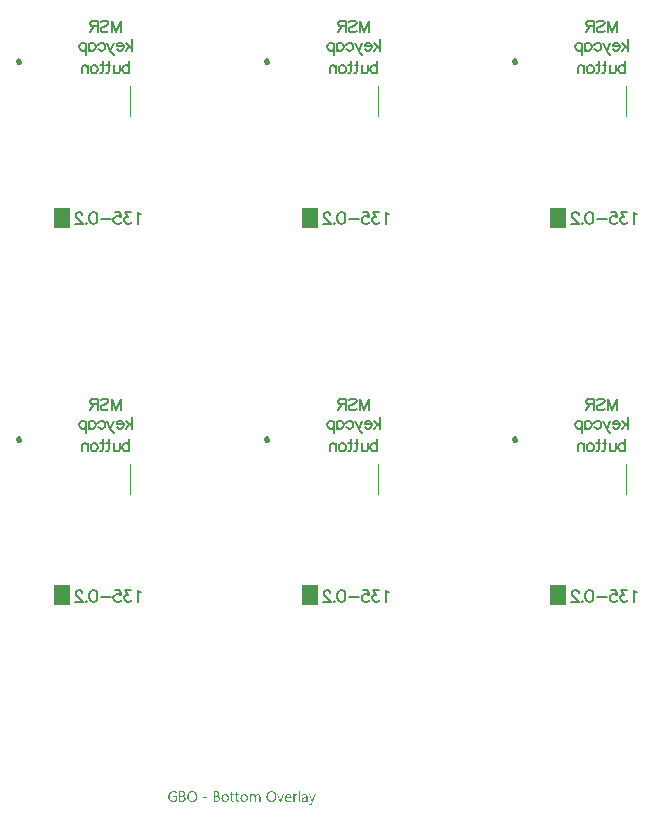
<source format=gbo>
G04*
G04 #@! TF.GenerationSoftware,Altium Limited,Altium Designer,21.9.2 (33)*
G04*
G04 Layer_Color=32896*
%FSAX26Y26*%
%MOIN*%
G70*
G04*
G04 #@! TF.SameCoordinates,A79AF696-8D6D-4074-B618-5125023845C1*
G04*
G04*
G04 #@! TF.FilePolarity,Positive*
G04*
G01*
G75*
%ADD21C,0.019685*%
%ADD24C,0.005906*%
%ADD38C,0.003937*%
%ADD68R,0.057086X0.069882*%
G36*
X-00034866Y-00857487D02*
X-00034371Y-00857518D01*
X-00033784Y-00857549D01*
X-00033166Y-00857611D01*
X-00032456Y-00857704D01*
X-00031714Y-00857796D01*
X-00030942Y-00857920D01*
X-00030138Y-00858074D01*
X-00029335Y-00858260D01*
X-00028531Y-00858476D01*
X-00027728Y-00858723D01*
X-00026924Y-00859001D01*
X-00026183Y-00859341D01*
X-00026183Y-00863884D01*
X-00026245Y-00863853D01*
X-00026368Y-00863760D01*
X-00026616Y-00863636D01*
X-00026924Y-00863451D01*
X-00027357Y-00863266D01*
X-00027852Y-00863019D01*
X-00028408Y-00862802D01*
X-00029057Y-00862524D01*
X-00029736Y-00862277D01*
X-00030509Y-00862030D01*
X-00031343Y-00861813D01*
X-00032239Y-00861628D01*
X-00033197Y-00861443D01*
X-00034186Y-00861319D01*
X-00035206Y-00861226D01*
X-00036287Y-00861195D01*
X-00036534Y-00861195D01*
X-00036843Y-00861226D01*
X-00037276Y-00861257D01*
X-00037770Y-00861319D01*
X-00038358Y-00861412D01*
X-00039006Y-00861535D01*
X-00039717Y-00861690D01*
X-00040459Y-00861906D01*
X-00041231Y-00862184D01*
X-00042035Y-00862524D01*
X-00042869Y-00862926D01*
X-00043672Y-00863389D01*
X-00044445Y-00863915D01*
X-00045217Y-00864563D01*
X-00045959Y-00865274D01*
X-00045990Y-00865305D01*
X-00046113Y-00865460D01*
X-00046299Y-00865676D01*
X-00046546Y-00866016D01*
X-00046824Y-00866418D01*
X-00047164Y-00866881D01*
X-00047504Y-00867468D01*
X-00047844Y-00868117D01*
X-00048184Y-00868828D01*
X-00048524Y-00869631D01*
X-00048864Y-00870496D01*
X-00049142Y-00871423D01*
X-00049389Y-00872412D01*
X-00049574Y-00873463D01*
X-00049698Y-00874606D01*
X-00049729Y-00875780D01*
X-00049729Y-00875811D01*
X-00049729Y-00875842D01*
X-00049729Y-00875935D01*
X-00049729Y-00876058D01*
X-00049729Y-00876244D01*
X-00049698Y-00876429D01*
X-00049667Y-00876893D01*
X-00049636Y-00877449D01*
X-00049543Y-00878098D01*
X-00049451Y-00878808D01*
X-00049296Y-00879581D01*
X-00049111Y-00880415D01*
X-00048864Y-00881280D01*
X-00048585Y-00882146D01*
X-00048245Y-00883042D01*
X-00047844Y-00883907D01*
X-00047380Y-00884741D01*
X-00046855Y-00885545D01*
X-00046237Y-00886286D01*
X-00046206Y-00886317D01*
X-00046083Y-00886441D01*
X-00045866Y-00886626D01*
X-00045588Y-00886873D01*
X-00045248Y-00887151D01*
X-00044816Y-00887491D01*
X-00044321Y-00887831D01*
X-00043734Y-00888171D01*
X-00043085Y-00888542D01*
X-00042374Y-00888882D01*
X-00041602Y-00889191D01*
X-00040737Y-00889500D01*
X-00039841Y-00889747D01*
X-00038852Y-00889932D01*
X-00037832Y-00890056D01*
X-00036720Y-00890087D01*
X-00036318Y-00890087D01*
X-00036040Y-00890056D01*
X-00035669Y-00890025D01*
X-00035267Y-00889994D01*
X-00034804Y-00889963D01*
X-00034279Y-00889871D01*
X-00033753Y-00889809D01*
X-00033166Y-00889685D01*
X-00031992Y-00889407D01*
X-00031374Y-00889222D01*
X-00030787Y-00888975D01*
X-00030200Y-00888727D01*
X-00029613Y-00888449D01*
X-00029613Y-00878592D01*
X-00037307Y-00878592D01*
X-00037307Y-00874853D01*
X-00025472Y-00874853D01*
X-00025472Y-00890798D01*
X-00025534Y-00890828D01*
X-00025719Y-00890921D01*
X-00025997Y-00891076D01*
X-00026399Y-00891261D01*
X-00026894Y-00891477D01*
X-00027481Y-00891725D01*
X-00028160Y-00892003D01*
X-00028933Y-00892281D01*
X-00029767Y-00892559D01*
X-00030694Y-00892837D01*
X-00031652Y-00893084D01*
X-00032672Y-00893301D01*
X-00033753Y-00893486D01*
X-00034897Y-00893640D01*
X-00036040Y-00893733D01*
X-00037245Y-00893764D01*
X-00037585Y-00893764D01*
X-00037739Y-00893733D01*
X-00037956Y-00893733D01*
X-00038203Y-00893702D01*
X-00038481Y-00893702D01*
X-00039130Y-00893610D01*
X-00039872Y-00893517D01*
X-00040675Y-00893362D01*
X-00041571Y-00893146D01*
X-00042529Y-00892899D01*
X-00043518Y-00892590D01*
X-00044538Y-00892188D01*
X-00045557Y-00891725D01*
X-00046577Y-00891168D01*
X-00047566Y-00890519D01*
X-00048524Y-00889778D01*
X-00049420Y-00888944D01*
X-00049481Y-00888882D01*
X-00049605Y-00888727D01*
X-00049852Y-00888449D01*
X-00050130Y-00888048D01*
X-00050501Y-00887584D01*
X-00050872Y-00886997D01*
X-00051305Y-00886286D01*
X-00051737Y-00885514D01*
X-00052170Y-00884649D01*
X-00052602Y-00883660D01*
X-00052973Y-00882609D01*
X-00053344Y-00881466D01*
X-00053622Y-00880261D01*
X-00053869Y-00878932D01*
X-00053993Y-00877542D01*
X-00054055Y-00876089D01*
X-00054055Y-00876058D01*
X-00054055Y-00875996D01*
X-00054055Y-00875873D01*
X-00054055Y-00875718D01*
X-00054024Y-00875533D01*
X-00054024Y-00875286D01*
X-00053993Y-00875039D01*
X-00053962Y-00874730D01*
X-00053931Y-00874390D01*
X-00053900Y-00874050D01*
X-00053777Y-00873246D01*
X-00053622Y-00872319D01*
X-00053406Y-00871361D01*
X-00053128Y-00870311D01*
X-00052788Y-00869229D01*
X-00052386Y-00868117D01*
X-00051892Y-00867005D01*
X-00051274Y-00865892D01*
X-00050594Y-00864780D01*
X-00049791Y-00863729D01*
X-00048894Y-00862710D01*
X-00048833Y-00862648D01*
X-00048647Y-00862493D01*
X-00048369Y-00862215D01*
X-00047967Y-00861875D01*
X-00047442Y-00861504D01*
X-00046855Y-00861041D01*
X-00046144Y-00860577D01*
X-00045310Y-00860083D01*
X-00044414Y-00859589D01*
X-00043425Y-00859125D01*
X-00042374Y-00858662D01*
X-00041200Y-00858291D01*
X-00039964Y-00857951D01*
X-00038666Y-00857673D01*
X-00037276Y-00857518D01*
X-00035824Y-00857457D01*
X-00035267Y-00857457D01*
X-00034866Y-00857487D01*
X-00034866Y-00857487D02*
G37*
G36*
X00245583Y-00867530D02*
X00245768Y-00867530D01*
X00245984Y-00867561D01*
X00246510Y-00867654D01*
X00247128Y-00867808D01*
X00247838Y-00868024D01*
X00248580Y-00868364D01*
X00249352Y-00868766D01*
X00249754Y-00869044D01*
X00250125Y-00869322D01*
X00250496Y-00869631D01*
X00250867Y-00870002D01*
X00251237Y-00870404D01*
X00251577Y-00870836D01*
X00251886Y-00871300D01*
X00252195Y-00871825D01*
X00252473Y-00872381D01*
X00252720Y-00872999D01*
X00252937Y-00873648D01*
X00253153Y-00874359D01*
X00253277Y-00875100D01*
X00253400Y-00875935D01*
X00253462Y-00876800D01*
X00253493Y-00877727D01*
X00253493Y-00893177D01*
X00249476Y-00893177D01*
X00249476Y-00878778D01*
X00249476Y-00878716D01*
X00249476Y-00878592D01*
X00249476Y-00878376D01*
X00249445Y-00878098D01*
X00249445Y-00877758D01*
X00249414Y-00877356D01*
X00249383Y-00876923D01*
X00249321Y-00876460D01*
X00249167Y-00875471D01*
X00248920Y-00874482D01*
X00248796Y-00873988D01*
X00248611Y-00873555D01*
X00248394Y-00873123D01*
X00248178Y-00872752D01*
X00248178Y-00872721D01*
X00248116Y-00872659D01*
X00248055Y-00872567D01*
X00247931Y-00872474D01*
X00247807Y-00872319D01*
X00247622Y-00872165D01*
X00247406Y-00872010D01*
X00247159Y-00871825D01*
X00246880Y-00871640D01*
X00246571Y-00871485D01*
X00246201Y-00871331D01*
X00245830Y-00871176D01*
X00245397Y-00871083D01*
X00244903Y-00870991D01*
X00244408Y-00870929D01*
X00243852Y-00870898D01*
X00243605Y-00870898D01*
X00243420Y-00870929D01*
X00243203Y-00870960D01*
X00242956Y-00871022D01*
X00242338Y-00871176D01*
X00241998Y-00871300D01*
X00241658Y-00871485D01*
X00241287Y-00871670D01*
X00240948Y-00871887D01*
X00240577Y-00872165D01*
X00240206Y-00872474D01*
X00239835Y-00872845D01*
X00239495Y-00873246D01*
X00239464Y-00873277D01*
X00239434Y-00873339D01*
X00239341Y-00873494D01*
X00239217Y-00873648D01*
X00239094Y-00873895D01*
X00238939Y-00874173D01*
X00238754Y-00874482D01*
X00238599Y-00874822D01*
X00238445Y-00875224D01*
X00238259Y-00875657D01*
X00238105Y-00876120D01*
X00237981Y-00876615D01*
X00237858Y-00877140D01*
X00237796Y-00877696D01*
X00237734Y-00878252D01*
X00237703Y-00878870D01*
X00237703Y-00893177D01*
X00233686Y-00893177D01*
X00233686Y-00878283D01*
X00233686Y-00878252D01*
X00233686Y-00878190D01*
X00233686Y-00878098D01*
X00233686Y-00877974D01*
X00233655Y-00877789D01*
X00233655Y-00877603D01*
X00233593Y-00877140D01*
X00233501Y-00876584D01*
X00233377Y-00875935D01*
X00233223Y-00875286D01*
X00232975Y-00874575D01*
X00232666Y-00873895D01*
X00232296Y-00873246D01*
X00231832Y-00872597D01*
X00231276Y-00872041D01*
X00230627Y-00871578D01*
X00230256Y-00871392D01*
X00229855Y-00871207D01*
X00229422Y-00871083D01*
X00228989Y-00870991D01*
X00228495Y-00870929D01*
X00227970Y-00870898D01*
X00227722Y-00870898D01*
X00227537Y-00870929D01*
X00227290Y-00870960D01*
X00227043Y-00871022D01*
X00226425Y-00871176D01*
X00226085Y-00871300D01*
X00225745Y-00871454D01*
X00225374Y-00871609D01*
X00225003Y-00871825D01*
X00224632Y-00872103D01*
X00224262Y-00872381D01*
X00223922Y-00872721D01*
X00223582Y-00873123D01*
X00223551Y-00873154D01*
X00223520Y-00873216D01*
X00223427Y-00873339D01*
X00223304Y-00873524D01*
X00223180Y-00873741D01*
X00223056Y-00873988D01*
X00222902Y-00874297D01*
X00222748Y-00874668D01*
X00222562Y-00875069D01*
X00222408Y-00875502D01*
X00222284Y-00875966D01*
X00222160Y-00876460D01*
X00222037Y-00877016D01*
X00221944Y-00877603D01*
X00221913Y-00878221D01*
X00221882Y-00878870D01*
X00221882Y-00893177D01*
X00217865Y-00893177D01*
X00217865Y-00868086D01*
X00221882Y-00868086D01*
X00221882Y-00872072D01*
X00221975Y-00872072D01*
X00222006Y-00872010D01*
X00222099Y-00871887D01*
X00222253Y-00871640D01*
X00222469Y-00871361D01*
X00222748Y-00871022D01*
X00223087Y-00870620D01*
X00223489Y-00870218D01*
X00223953Y-00869786D01*
X00224478Y-00869353D01*
X00225065Y-00868951D01*
X00225714Y-00868550D01*
X00226394Y-00868210D01*
X00227166Y-00867932D01*
X00228000Y-00867684D01*
X00228866Y-00867561D01*
X00229793Y-00867499D01*
X00230040Y-00867499D01*
X00230225Y-00867530D01*
X00230442Y-00867530D01*
X00230720Y-00867561D01*
X00230998Y-00867623D01*
X00231307Y-00867684D01*
X00232018Y-00867839D01*
X00232759Y-00868117D01*
X00233501Y-00868457D01*
X00233871Y-00868704D01*
X00234242Y-00868951D01*
X00234273Y-00868982D01*
X00234335Y-00869013D01*
X00234428Y-00869106D01*
X00234551Y-00869198D01*
X00234891Y-00869538D01*
X00235293Y-00869940D01*
X00235726Y-00870496D01*
X00236158Y-00871145D01*
X00236560Y-00871887D01*
X00236869Y-00872721D01*
X00236900Y-00872659D01*
X00236992Y-00872505D01*
X00237178Y-00872227D01*
X00237394Y-00871918D01*
X00237703Y-00871516D01*
X00238043Y-00871053D01*
X00238476Y-00870589D01*
X00238970Y-00870095D01*
X00239526Y-00869631D01*
X00240144Y-00869137D01*
X00240824Y-00868704D01*
X00241566Y-00868302D01*
X00242400Y-00867993D01*
X00243265Y-00867715D01*
X00244223Y-00867561D01*
X00245212Y-00867499D01*
X00245428Y-00867499D01*
X00245583Y-00867530D01*
X00245583Y-00867530D02*
G37*
G36*
X00374188Y-00867684D02*
X00374528Y-00867684D01*
X00374899Y-00867746D01*
X00375301Y-00867808D01*
X00375702Y-00867870D01*
X00376042Y-00867993D01*
X00376042Y-00872165D01*
X00375981Y-00872134D01*
X00375857Y-00872041D01*
X00375610Y-00871918D01*
X00375270Y-00871763D01*
X00374806Y-00871609D01*
X00374312Y-00871485D01*
X00373694Y-00871392D01*
X00372983Y-00871361D01*
X00372736Y-00871361D01*
X00372551Y-00871392D01*
X00372334Y-00871423D01*
X00372087Y-00871485D01*
X00371500Y-00871670D01*
X00371160Y-00871794D01*
X00370820Y-00871949D01*
X00370450Y-00872165D01*
X00370079Y-00872381D01*
X00369739Y-00872659D01*
X00369368Y-00872999D01*
X00369028Y-00873370D01*
X00368688Y-00873803D01*
X00368657Y-00873833D01*
X00368626Y-00873926D01*
X00368534Y-00874050D01*
X00368410Y-00874235D01*
X00368286Y-00874482D01*
X00368132Y-00874791D01*
X00367978Y-00875131D01*
X00367823Y-00875533D01*
X00367668Y-00875966D01*
X00367514Y-00876460D01*
X00367360Y-00877016D01*
X00367236Y-00877603D01*
X00367112Y-00878252D01*
X00367020Y-00878932D01*
X00366989Y-00879643D01*
X00366958Y-00880415D01*
X00366958Y-00893177D01*
X00362941Y-00893177D01*
X00362941Y-00868086D01*
X00366958Y-00868086D01*
X00366958Y-00873277D01*
X00367050Y-00873277D01*
X00367050Y-00873246D01*
X00367081Y-00873154D01*
X00367143Y-00873030D01*
X00367205Y-00872845D01*
X00367298Y-00872628D01*
X00367421Y-00872350D01*
X00367699Y-00871763D01*
X00368070Y-00871083D01*
X00368534Y-00870404D01*
X00369059Y-00869755D01*
X00369677Y-00869137D01*
X00369708Y-00869106D01*
X00369770Y-00869075D01*
X00369862Y-00869013D01*
X00369986Y-00868889D01*
X00370140Y-00868797D01*
X00370357Y-00868673D01*
X00370820Y-00868395D01*
X00371407Y-00868117D01*
X00372087Y-00867870D01*
X00372829Y-00867715D01*
X00373231Y-00867684D01*
X00373632Y-00867654D01*
X00373879Y-00867654D01*
X00374188Y-00867684D01*
X00374188Y-00867684D02*
G37*
G36*
X00075324Y-00880786D02*
X00061944Y-00880786D01*
X00061944Y-00877634D01*
X00075324Y-00877634D01*
X00075324Y-00880786D01*
X00075324Y-00880786D02*
G37*
G36*
X00426502Y-00897194D02*
X00426502Y-00897225D01*
X00426471Y-00897287D01*
X00426409Y-00897379D01*
X00426348Y-00897534D01*
X00426286Y-00897719D01*
X00426193Y-00897905D01*
X00425946Y-00898399D01*
X00425606Y-00898986D01*
X00425235Y-00899666D01*
X00424772Y-00900346D01*
X00424246Y-00901087D01*
X00423659Y-00901798D01*
X00423010Y-00902509D01*
X00422300Y-00903188D01*
X00421527Y-00903776D01*
X00420693Y-00904270D01*
X00420260Y-00904455D01*
X00419797Y-00904641D01*
X00419333Y-00904795D01*
X00418839Y-00904888D01*
X00418344Y-00904950D01*
X00417819Y-00904981D01*
X00417572Y-00904981D01*
X00417263Y-00904950D01*
X00416892Y-00904950D01*
X00416490Y-00904888D01*
X00416058Y-00904826D01*
X00415594Y-00904764D01*
X00415193Y-00904641D01*
X00415193Y-00901056D01*
X00415255Y-00901087D01*
X00415409Y-00901118D01*
X00415656Y-00901180D01*
X00415965Y-00901273D01*
X00416336Y-00901365D01*
X00416738Y-00901427D01*
X00417170Y-00901458D01*
X00417572Y-00901489D01*
X00417696Y-00901489D01*
X00417850Y-00901458D01*
X00418066Y-00901427D01*
X00418314Y-00901365D01*
X00418623Y-00901304D01*
X00418932Y-00901180D01*
X00419302Y-00901025D01*
X00419642Y-00900840D01*
X00420044Y-00900593D01*
X00420415Y-00900315D01*
X00420786Y-00899975D01*
X00421156Y-00899542D01*
X00421527Y-00899079D01*
X00421836Y-00898523D01*
X00422145Y-00897874D01*
X00424154Y-00893146D01*
X00414358Y-00868086D01*
X00418808Y-00868086D01*
X00425606Y-00887399D01*
X00425606Y-00887429D01*
X00425637Y-00887491D01*
X00425668Y-00887584D01*
X00425730Y-00887769D01*
X00425791Y-00888017D01*
X00425853Y-00888356D01*
X00425977Y-00888789D01*
X00426100Y-00889314D01*
X00426255Y-00889314D01*
X00426255Y-00889284D01*
X00426286Y-00889191D01*
X00426317Y-00889067D01*
X00426378Y-00888851D01*
X00426440Y-00888604D01*
X00426502Y-00888295D01*
X00426626Y-00887893D01*
X00426749Y-00887460D01*
X00433887Y-00868086D01*
X00438028Y-00868086D01*
X00426502Y-00897194D01*
X00426502Y-00897194D02*
G37*
G36*
X00322400Y-00893177D02*
X00318445Y-00893177D01*
X00308959Y-00868086D01*
X00313346Y-00868086D01*
X00319743Y-00886317D01*
X00319743Y-00886348D01*
X00319774Y-00886410D01*
X00319804Y-00886503D01*
X00319866Y-00886657D01*
X00319928Y-00886842D01*
X00319990Y-00887028D01*
X00320113Y-00887522D01*
X00320268Y-00888048D01*
X00320422Y-00888635D01*
X00320515Y-00889253D01*
X00320608Y-00889840D01*
X00320700Y-00889840D01*
X00320700Y-00889809D01*
X00320700Y-00889747D01*
X00320731Y-00889654D01*
X00320762Y-00889531D01*
X00320762Y-00889345D01*
X00320824Y-00889160D01*
X00320886Y-00888696D01*
X00321010Y-00888171D01*
X00321133Y-00887615D01*
X00321318Y-00887028D01*
X00321504Y-00886441D01*
X00328147Y-00868086D01*
X00332381Y-00868086D01*
X00322400Y-00893177D01*
X00322400Y-00893177D02*
G37*
G36*
X00402029Y-00867530D02*
X00402246Y-00867530D01*
X00402462Y-00867561D01*
X00402740Y-00867592D01*
X00403049Y-00867654D01*
X00403698Y-00867777D01*
X00404470Y-00867993D01*
X00405243Y-00868271D01*
X00406077Y-00868673D01*
X00406911Y-00869168D01*
X00407313Y-00869446D01*
X00407715Y-00869786D01*
X00408086Y-00870156D01*
X00408457Y-00870527D01*
X00408796Y-00870960D01*
X00409105Y-00871454D01*
X00409414Y-00871949D01*
X00409692Y-00872505D01*
X00409909Y-00873123D01*
X00410125Y-00873772D01*
X00410280Y-00874452D01*
X00410403Y-00875224D01*
X00410465Y-00875996D01*
X00410496Y-00876862D01*
X00410496Y-00893177D01*
X00406479Y-00893177D01*
X00406479Y-00889284D01*
X00406386Y-00889284D01*
X00406355Y-00889345D01*
X00406263Y-00889469D01*
X00406108Y-00889685D01*
X00405892Y-00889994D01*
X00405614Y-00890334D01*
X00405274Y-00890705D01*
X00404903Y-00891107D01*
X00404440Y-00891508D01*
X00403914Y-00891941D01*
X00403358Y-00892343D01*
X00402709Y-00892713D01*
X00402029Y-00893053D01*
X00401257Y-00893362D01*
X00400453Y-00893579D01*
X00399588Y-00893702D01*
X00398661Y-00893764D01*
X00398290Y-00893764D01*
X00398043Y-00893733D01*
X00397734Y-00893702D01*
X00397363Y-00893671D01*
X00396962Y-00893610D01*
X00396529Y-00893517D01*
X00395571Y-00893270D01*
X00395108Y-00893115D01*
X00394613Y-00892930D01*
X00394119Y-00892713D01*
X00393655Y-00892435D01*
X00393223Y-00892126D01*
X00392790Y-00891786D01*
X00392759Y-00891755D01*
X00392697Y-00891694D01*
X00392605Y-00891570D01*
X00392450Y-00891416D01*
X00392296Y-00891230D01*
X00392141Y-00890983D01*
X00391925Y-00890705D01*
X00391740Y-00890396D01*
X00391554Y-00890025D01*
X00391369Y-00889623D01*
X00391183Y-00889191D01*
X00391029Y-00888727D01*
X00390874Y-00888233D01*
X00390782Y-00887708D01*
X00390720Y-00887120D01*
X00390689Y-00886533D01*
X00390689Y-00886503D01*
X00390689Y-00886441D01*
X00390689Y-00886348D01*
X00390720Y-00886224D01*
X00390720Y-00886070D01*
X00390751Y-00885885D01*
X00390813Y-00885421D01*
X00390936Y-00884865D01*
X00391122Y-00884247D01*
X00391369Y-00883567D01*
X00391740Y-00882856D01*
X00392172Y-00882146D01*
X00392697Y-00881435D01*
X00393037Y-00881095D01*
X00393377Y-00880755D01*
X00393779Y-00880415D01*
X00394181Y-00880106D01*
X00394644Y-00879797D01*
X00395139Y-00879519D01*
X00395664Y-00879272D01*
X00396251Y-00879025D01*
X00396869Y-00878808D01*
X00397518Y-00878623D01*
X00398229Y-00878468D01*
X00398970Y-00878345D01*
X00406479Y-00877294D01*
X00406479Y-00877263D01*
X00406479Y-00877232D01*
X00406479Y-00877140D01*
X00406479Y-00877016D01*
X00406448Y-00876707D01*
X00406386Y-00876306D01*
X00406324Y-00875811D01*
X00406201Y-00875255D01*
X00406046Y-00874699D01*
X00405830Y-00874081D01*
X00405552Y-00873494D01*
X00405212Y-00872907D01*
X00404810Y-00872381D01*
X00404316Y-00871887D01*
X00403698Y-00871485D01*
X00403018Y-00871176D01*
X00402647Y-00871053D01*
X00402215Y-00870960D01*
X00401782Y-00870929D01*
X00401319Y-00870898D01*
X00401102Y-00870898D01*
X00400886Y-00870929D01*
X00400546Y-00870960D01*
X00400144Y-00870991D01*
X00399681Y-00871053D01*
X00399156Y-00871145D01*
X00398599Y-00871269D01*
X00397981Y-00871454D01*
X00397332Y-00871640D01*
X00396653Y-00871887D01*
X00395942Y-00872196D01*
X00395231Y-00872567D01*
X00394521Y-00872968D01*
X00393810Y-00873432D01*
X00393130Y-00873988D01*
X00393130Y-00869878D01*
X00393161Y-00869847D01*
X00393285Y-00869786D01*
X00393501Y-00869662D01*
X00393779Y-00869508D01*
X00394150Y-00869322D01*
X00394551Y-00869137D01*
X00395046Y-00868920D01*
X00395602Y-00868673D01*
X00396189Y-00868457D01*
X00396838Y-00868241D01*
X00397549Y-00868055D01*
X00398290Y-00867870D01*
X00399094Y-00867715D01*
X00399897Y-00867592D01*
X00400762Y-00867530D01*
X00401659Y-00867499D01*
X00401875Y-00867499D01*
X00402029Y-00867530D01*
X00402029Y-00867530D02*
G37*
G36*
X00384416Y-00893177D02*
X00380399Y-00893177D01*
X00380399Y-00856035D01*
X00384416Y-00856035D01*
X00384416Y-00893177D01*
X00384416Y-00893177D02*
G37*
G36*
X00107583Y-00858074D02*
X00107954Y-00858105D01*
X00108387Y-00858167D01*
X00108881Y-00858229D01*
X00109437Y-00858322D01*
X00109993Y-00858445D01*
X00110581Y-00858600D01*
X00111198Y-00858785D01*
X00111786Y-00859001D01*
X00112404Y-00859249D01*
X00112960Y-00859558D01*
X00113516Y-00859898D01*
X00114041Y-00860299D01*
X00114072Y-00860330D01*
X00114165Y-00860392D01*
X00114288Y-00860516D01*
X00114443Y-00860701D01*
X00114659Y-00860917D01*
X00114876Y-00861195D01*
X00115123Y-00861504D01*
X00115370Y-00861844D01*
X00115617Y-00862246D01*
X00115864Y-00862679D01*
X00116081Y-00863173D01*
X00116297Y-00863667D01*
X00116451Y-00864224D01*
X00116575Y-00864811D01*
X00116668Y-00865429D01*
X00116699Y-00866078D01*
X00116699Y-00866109D01*
X00116699Y-00866201D01*
X00116699Y-00866356D01*
X00116668Y-00866572D01*
X00116637Y-00866850D01*
X00116606Y-00867128D01*
X00116575Y-00867468D01*
X00116513Y-00867839D01*
X00116297Y-00868673D01*
X00116019Y-00869538D01*
X00115834Y-00870002D01*
X00115617Y-00870434D01*
X00115370Y-00870867D01*
X00115092Y-00871300D01*
X00115061Y-00871331D01*
X00115030Y-00871392D01*
X00114937Y-00871516D01*
X00114783Y-00871670D01*
X00114628Y-00871825D01*
X00114443Y-00872041D01*
X00114196Y-00872258D01*
X00113949Y-00872505D01*
X00113640Y-00872752D01*
X00113300Y-00873030D01*
X00112929Y-00873277D01*
X00112527Y-00873555D01*
X00112095Y-00873803D01*
X00111662Y-00874019D01*
X00110642Y-00874421D01*
X00110642Y-00874513D01*
X00110673Y-00874513D01*
X00110797Y-00874544D01*
X00110982Y-00874575D01*
X00111229Y-00874606D01*
X00111538Y-00874668D01*
X00111878Y-00874760D01*
X00112280Y-00874884D01*
X00112682Y-00875008D01*
X00113578Y-00875348D01*
X00114072Y-00875564D01*
X00114536Y-00875842D01*
X00114999Y-00876120D01*
X00115463Y-00876429D01*
X00115926Y-00876800D01*
X00116328Y-00877202D01*
X00116359Y-00877232D01*
X00116421Y-00877294D01*
X00116513Y-00877418D01*
X00116668Y-00877603D01*
X00116822Y-00877851D01*
X00117008Y-00878098D01*
X00117193Y-00878438D01*
X00117409Y-00878778D01*
X00117595Y-00879179D01*
X00117780Y-00879643D01*
X00117966Y-00880106D01*
X00118120Y-00880631D01*
X00118275Y-00881219D01*
X00118367Y-00881806D01*
X00118429Y-00882424D01*
X00118460Y-00883104D01*
X00118460Y-00883165D01*
X00118460Y-00883289D01*
X00118429Y-00883536D01*
X00118398Y-00883845D01*
X00118367Y-00884247D01*
X00118275Y-00884679D01*
X00118182Y-00885174D01*
X00118058Y-00885699D01*
X00117873Y-00886286D01*
X00117657Y-00886873D01*
X00117409Y-00887460D01*
X00117100Y-00888078D01*
X00116730Y-00888696D01*
X00116297Y-00889284D01*
X00115803Y-00889840D01*
X00115216Y-00890396D01*
X00115185Y-00890427D01*
X00115061Y-00890519D01*
X00114876Y-00890643D01*
X00114628Y-00890828D01*
X00114319Y-00891045D01*
X00113918Y-00891261D01*
X00113485Y-00891539D01*
X00112991Y-00891786D01*
X00112404Y-00892034D01*
X00111786Y-00892281D01*
X00111137Y-00892528D01*
X00110395Y-00892744D01*
X00109623Y-00892930D01*
X00108819Y-00893053D01*
X00107954Y-00893146D01*
X00107058Y-00893177D01*
X00096830Y-00893177D01*
X00096830Y-00858044D01*
X00107243Y-00858044D01*
X00107583Y-00858074D01*
X00107583Y-00858074D02*
G37*
G36*
X-00006561Y-00858074D02*
X-00006191Y-00858105D01*
X-00005758Y-00858167D01*
X-00005264Y-00858229D01*
X-00004707Y-00858322D01*
X-00004151Y-00858445D01*
X-00003564Y-00858600D01*
X-00002946Y-00858785D01*
X-00002359Y-00859001D01*
X-00001741Y-00859249D01*
X-00001185Y-00859558D01*
X-00000629Y-00859898D01*
X-00000103Y-00860299D01*
X-00000072Y-00860330D01*
X00000020Y-00860392D01*
X00000144Y-00860516D01*
X00000298Y-00860701D01*
X00000515Y-00860917D01*
X00000731Y-00861195D01*
X00000978Y-00861504D01*
X00001225Y-00861844D01*
X00001473Y-00862246D01*
X00001720Y-00862679D01*
X00001936Y-00863173D01*
X00002152Y-00863667D01*
X00002307Y-00864224D01*
X00002430Y-00864811D01*
X00002523Y-00865429D01*
X00002554Y-00866078D01*
X00002554Y-00866109D01*
X00002554Y-00866201D01*
X00002554Y-00866356D01*
X00002523Y-00866572D01*
X00002492Y-00866850D01*
X00002461Y-00867128D01*
X00002430Y-00867468D01*
X00002369Y-00867839D01*
X00002152Y-00868673D01*
X00001874Y-00869538D01*
X00001689Y-00870002D01*
X00001473Y-00870434D01*
X00001225Y-00870867D01*
X00000947Y-00871300D01*
X00000916Y-00871331D01*
X00000886Y-00871392D01*
X00000793Y-00871516D01*
X00000638Y-00871670D01*
X00000484Y-00871825D01*
X00000298Y-00872041D01*
X00000051Y-00872258D01*
X-00000196Y-00872505D01*
X-00000505Y-00872752D01*
X-00000845Y-00873030D01*
X-00001216Y-00873277D01*
X-00001617Y-00873555D01*
X-00002050Y-00873803D01*
X-00002483Y-00874019D01*
X-00003502Y-00874421D01*
X-00003502Y-00874513D01*
X-00003471Y-00874513D01*
X-00003348Y-00874544D01*
X-00003162Y-00874575D01*
X-00002915Y-00874606D01*
X-00002606Y-00874668D01*
X-00002266Y-00874760D01*
X-00001865Y-00874884D01*
X-00001463Y-00875008D01*
X-00000567Y-00875348D01*
X-00000072Y-00875564D01*
X00000391Y-00875842D01*
X00000855Y-00876120D01*
X00001318Y-00876429D01*
X00001782Y-00876800D01*
X00002183Y-00877202D01*
X00002214Y-00877232D01*
X00002276Y-00877294D01*
X00002369Y-00877418D01*
X00002523Y-00877603D01*
X00002678Y-00877851D01*
X00002863Y-00878098D01*
X00003049Y-00878438D01*
X00003265Y-00878778D01*
X00003450Y-00879179D01*
X00003636Y-00879643D01*
X00003821Y-00880106D01*
X00003975Y-00880631D01*
X00004130Y-00881219D01*
X00004223Y-00881806D01*
X00004285Y-00882424D01*
X00004315Y-00883104D01*
X00004315Y-00883165D01*
X00004315Y-00883289D01*
X00004285Y-00883536D01*
X00004254Y-00883845D01*
X00004223Y-00884247D01*
X00004130Y-00884679D01*
X00004037Y-00885174D01*
X00003914Y-00885699D01*
X00003728Y-00886286D01*
X00003512Y-00886873D01*
X00003265Y-00887460D01*
X00002956Y-00888078D01*
X00002585Y-00888696D01*
X00002152Y-00889284D01*
X00001658Y-00889840D01*
X00001071Y-00890396D01*
X00001040Y-00890427D01*
X00000916Y-00890519D01*
X00000731Y-00890643D01*
X00000484Y-00890828D01*
X00000175Y-00891045D01*
X-00000227Y-00891261D01*
X-00000660Y-00891539D01*
X-00001154Y-00891786D01*
X-00001741Y-00892034D01*
X-00002359Y-00892281D01*
X-00003008Y-00892528D01*
X-00003749Y-00892744D01*
X-00004522Y-00892930D01*
X-00005325Y-00893053D01*
X-00006191Y-00893146D01*
X-00007087Y-00893177D01*
X-00017315Y-00893177D01*
X-00017315Y-00858044D01*
X-00006901Y-00858044D01*
X-00006561Y-00858074D01*
X-00006561Y-00858074D02*
G37*
G36*
X00176768Y-00868086D02*
X00183103Y-00868086D01*
X00183103Y-00871547D01*
X00176768Y-00871547D01*
X00176768Y-00885668D01*
X00176768Y-00885699D01*
X00176768Y-00885792D01*
X00176768Y-00885915D01*
X00176768Y-00886070D01*
X00176799Y-00886286D01*
X00176830Y-00886533D01*
X00176892Y-00887059D01*
X00176985Y-00887677D01*
X00177139Y-00888264D01*
X00177355Y-00888820D01*
X00177479Y-00889067D01*
X00177633Y-00889284D01*
X00177664Y-00889314D01*
X00177788Y-00889438D01*
X00178004Y-00889623D01*
X00178313Y-00889809D01*
X00178715Y-00890025D01*
X00179209Y-00890180D01*
X00179797Y-00890303D01*
X00180476Y-00890365D01*
X00180724Y-00890365D01*
X00181002Y-00890334D01*
X00181372Y-00890272D01*
X00181774Y-00890149D01*
X00182238Y-00890025D01*
X00182670Y-00889809D01*
X00183103Y-00889531D01*
X00183103Y-00892961D01*
X00183072Y-00892961D01*
X00183041Y-00892991D01*
X00182948Y-00893022D01*
X00182856Y-00893084D01*
X00182516Y-00893208D01*
X00182114Y-00893331D01*
X00181558Y-00893455D01*
X00180909Y-00893579D01*
X00180167Y-00893671D01*
X00179333Y-00893702D01*
X00179055Y-00893702D01*
X00178715Y-00893640D01*
X00178313Y-00893579D01*
X00177819Y-00893486D01*
X00177263Y-00893301D01*
X00176645Y-00893084D01*
X00176058Y-00892775D01*
X00175440Y-00892404D01*
X00174822Y-00891910D01*
X00174265Y-00891323D01*
X00174018Y-00890983D01*
X00173771Y-00890612D01*
X00173555Y-00890211D01*
X00173369Y-00889778D01*
X00173184Y-00889314D01*
X00173029Y-00888789D01*
X00172906Y-00888264D01*
X00172813Y-00887677D01*
X00172782Y-00887059D01*
X00172751Y-00886379D01*
X00172751Y-00871547D01*
X00168456Y-00871547D01*
X00168456Y-00868086D01*
X00172751Y-00868086D01*
X00172751Y-00861968D01*
X00176768Y-00860670D01*
X00176768Y-00868086D01*
X00176768Y-00868086D02*
G37*
G36*
X00159773Y-00868086D02*
X00166108Y-00868086D01*
X00166108Y-00871547D01*
X00159773Y-00871547D01*
X00159773Y-00885668D01*
X00159773Y-00885699D01*
X00159773Y-00885792D01*
X00159773Y-00885915D01*
X00159773Y-00886070D01*
X00159804Y-00886286D01*
X00159835Y-00886533D01*
X00159897Y-00887059D01*
X00159990Y-00887677D01*
X00160144Y-00888264D01*
X00160360Y-00888820D01*
X00160484Y-00889067D01*
X00160638Y-00889284D01*
X00160669Y-00889314D01*
X00160793Y-00889438D01*
X00161009Y-00889623D01*
X00161318Y-00889809D01*
X00161720Y-00890025D01*
X00162214Y-00890180D01*
X00162802Y-00890303D01*
X00163481Y-00890365D01*
X00163728Y-00890365D01*
X00164007Y-00890334D01*
X00164377Y-00890272D01*
X00164779Y-00890149D01*
X00165243Y-00890025D01*
X00165675Y-00889809D01*
X00166108Y-00889531D01*
X00166108Y-00892961D01*
X00166077Y-00892961D01*
X00166046Y-00892991D01*
X00165953Y-00893022D01*
X00165861Y-00893084D01*
X00165521Y-00893208D01*
X00165119Y-00893331D01*
X00164563Y-00893455D01*
X00163914Y-00893579D01*
X00163172Y-00893671D01*
X00162338Y-00893702D01*
X00162060Y-00893702D01*
X00161720Y-00893640D01*
X00161318Y-00893579D01*
X00160824Y-00893486D01*
X00160268Y-00893301D01*
X00159650Y-00893084D01*
X00159063Y-00892775D01*
X00158445Y-00892404D01*
X00157827Y-00891910D01*
X00157270Y-00891323D01*
X00157023Y-00890983D01*
X00156776Y-00890612D01*
X00156560Y-00890211D01*
X00156374Y-00889778D01*
X00156189Y-00889314D01*
X00156034Y-00888789D01*
X00155911Y-00888264D01*
X00155818Y-00887677D01*
X00155787Y-00887059D01*
X00155756Y-00886379D01*
X00155756Y-00871547D01*
X00151461Y-00871547D01*
X00151461Y-00868086D01*
X00155756Y-00868086D01*
X00155756Y-00861968D01*
X00159773Y-00860670D01*
X00159773Y-00868086D01*
X00159773Y-00868086D02*
G37*
G36*
X00347027Y-00867530D02*
X00347367Y-00867561D01*
X00347800Y-00867592D01*
X00348263Y-00867654D01*
X00348789Y-00867777D01*
X00349345Y-00867901D01*
X00349963Y-00868055D01*
X00350581Y-00868271D01*
X00351199Y-00868550D01*
X00351848Y-00868859D01*
X00352466Y-00869229D01*
X00353053Y-00869662D01*
X00353640Y-00870156D01*
X00354165Y-00870713D01*
X00354196Y-00870744D01*
X00354289Y-00870867D01*
X00354412Y-00871053D01*
X00354598Y-00871300D01*
X00354783Y-00871609D01*
X00355030Y-00872010D01*
X00355278Y-00872474D01*
X00355525Y-00872999D01*
X00355772Y-00873617D01*
X00356019Y-00874266D01*
X00356266Y-00875008D01*
X00356452Y-00875780D01*
X00356637Y-00876645D01*
X00356761Y-00877542D01*
X00356853Y-00878530D01*
X00356884Y-00879550D01*
X00356884Y-00881651D01*
X00339148Y-00881651D01*
X00339148Y-00881713D01*
X00339148Y-00881837D01*
X00339179Y-00882053D01*
X00339210Y-00882331D01*
X00339240Y-00882702D01*
X00339302Y-00883104D01*
X00339364Y-00883536D01*
X00339488Y-00884030D01*
X00339766Y-00885081D01*
X00339951Y-00885606D01*
X00340168Y-00886163D01*
X00340415Y-00886688D01*
X00340693Y-00887213D01*
X00341033Y-00887677D01*
X00341404Y-00888140D01*
X00341434Y-00888171D01*
X00341496Y-00888233D01*
X00341620Y-00888356D01*
X00341805Y-00888480D01*
X00342022Y-00888665D01*
X00342300Y-00888851D01*
X00342609Y-00889067D01*
X00342949Y-00889253D01*
X00343350Y-00889469D01*
X00343814Y-00889685D01*
X00344277Y-00889871D01*
X00344833Y-00890056D01*
X00345390Y-00890180D01*
X00346008Y-00890303D01*
X00346656Y-00890365D01*
X00347336Y-00890396D01*
X00347522Y-00890396D01*
X00347738Y-00890365D01*
X00348047Y-00890365D01*
X00348418Y-00890303D01*
X00348850Y-00890241D01*
X00349345Y-00890149D01*
X00349901Y-00890056D01*
X00350488Y-00889902D01*
X00351106Y-00889716D01*
X00351755Y-00889500D01*
X00352404Y-00889222D01*
X00353084Y-00888913D01*
X00353764Y-00888542D01*
X00354443Y-00888109D01*
X00355123Y-00887615D01*
X00355123Y-00891385D01*
X00355092Y-00891416D01*
X00354969Y-00891477D01*
X00354783Y-00891601D01*
X00354536Y-00891755D01*
X00354196Y-00891941D01*
X00353794Y-00892126D01*
X00353331Y-00892343D01*
X00352806Y-00892559D01*
X00352188Y-00892806D01*
X00351539Y-00893022D01*
X00350828Y-00893208D01*
X00350055Y-00893393D01*
X00349221Y-00893548D01*
X00348325Y-00893671D01*
X00347367Y-00893733D01*
X00346378Y-00893764D01*
X00346131Y-00893764D01*
X00345884Y-00893733D01*
X00345513Y-00893702D01*
X00345050Y-00893671D01*
X00344524Y-00893579D01*
X00343968Y-00893486D01*
X00343350Y-00893331D01*
X00342701Y-00893146D01*
X00342022Y-00892930D01*
X00341311Y-00892652D01*
X00340631Y-00892343D01*
X00339920Y-00891941D01*
X00339271Y-00891477D01*
X00338623Y-00890952D01*
X00338035Y-00890365D01*
X00338005Y-00890334D01*
X00337912Y-00890211D01*
X00337757Y-00889994D01*
X00337572Y-00889716D01*
X00337325Y-00889376D01*
X00337077Y-00888944D01*
X00336799Y-00888449D01*
X00336521Y-00887862D01*
X00336243Y-00887244D01*
X00335965Y-00886503D01*
X00335718Y-00885730D01*
X00335471Y-00884865D01*
X00335285Y-00883938D01*
X00335131Y-00882949D01*
X00335038Y-00881867D01*
X00335007Y-00880755D01*
X00335007Y-00880724D01*
X00335007Y-00880693D01*
X00335007Y-00880601D01*
X00335007Y-00880508D01*
X00335038Y-00880199D01*
X00335069Y-00879766D01*
X00335100Y-00879272D01*
X00335193Y-00878716D01*
X00335285Y-00878067D01*
X00335409Y-00877356D01*
X00335594Y-00876615D01*
X00335811Y-00875842D01*
X00336089Y-00875039D01*
X00336398Y-00874235D01*
X00336769Y-00873463D01*
X00337232Y-00872659D01*
X00337726Y-00871918D01*
X00338313Y-00871207D01*
X00338344Y-00871176D01*
X00338468Y-00871053D01*
X00338653Y-00870867D01*
X00338901Y-00870620D01*
X00339240Y-00870342D01*
X00339642Y-00870033D01*
X00340075Y-00869693D01*
X00340600Y-00869353D01*
X00341156Y-00869013D01*
X00341805Y-00868673D01*
X00342485Y-00868364D01*
X00343196Y-00868086D01*
X00343968Y-00867839D01*
X00344803Y-00867654D01*
X00345668Y-00867530D01*
X00346564Y-00867499D01*
X00346780Y-00867499D01*
X00347027Y-00867530D01*
X00347027Y-00867530D02*
G37*
G36*
X00290635Y-00857487D02*
X00290851Y-00857487D01*
X00291067Y-00857518D01*
X00291346Y-00857518D01*
X00291964Y-00857611D01*
X00292674Y-00857704D01*
X00293478Y-00857858D01*
X00294343Y-00858074D01*
X00295239Y-00858322D01*
X00296197Y-00858662D01*
X00297155Y-00859063D01*
X00298144Y-00859527D01*
X00299132Y-00860083D01*
X00300059Y-00860732D01*
X00300986Y-00861504D01*
X00301851Y-00862370D01*
X00301913Y-00862431D01*
X00302037Y-00862586D01*
X00302253Y-00862864D01*
X00302562Y-00863266D01*
X00302871Y-00863760D01*
X00303273Y-00864347D01*
X00303675Y-00865027D01*
X00304076Y-00865799D01*
X00304478Y-00866696D01*
X00304880Y-00867654D01*
X00305281Y-00868704D01*
X00305621Y-00869847D01*
X00305899Y-00871083D01*
X00306116Y-00872381D01*
X00306239Y-00873741D01*
X00306301Y-00875193D01*
X00306301Y-00875224D01*
X00306301Y-00875286D01*
X00306301Y-00875409D01*
X00306301Y-00875564D01*
X00306270Y-00875780D01*
X00306270Y-00876027D01*
X00306239Y-00876306D01*
X00306239Y-00876615D01*
X00306208Y-00876954D01*
X00306178Y-00877325D01*
X00306054Y-00878159D01*
X00305930Y-00879117D01*
X00305745Y-00880106D01*
X00305498Y-00881188D01*
X00305189Y-00882300D01*
X00304818Y-00883413D01*
X00304385Y-00884556D01*
X00303860Y-00885668D01*
X00303242Y-00886781D01*
X00302531Y-00887800D01*
X00301728Y-00888789D01*
X00301666Y-00888851D01*
X00301512Y-00889005D01*
X00301264Y-00889253D01*
X00300894Y-00889562D01*
X00300430Y-00889932D01*
X00299874Y-00890365D01*
X00299256Y-00890798D01*
X00298514Y-00891261D01*
X00297680Y-00891725D01*
X00296753Y-00892188D01*
X00295764Y-00892621D01*
X00294683Y-00892991D01*
X00293509Y-00893301D01*
X00292272Y-00893548D01*
X00290944Y-00893702D01*
X00289553Y-00893764D01*
X00289213Y-00893764D01*
X00289059Y-00893733D01*
X00288843Y-00893733D01*
X00288595Y-00893702D01*
X00288317Y-00893671D01*
X00287668Y-00893610D01*
X00286958Y-00893517D01*
X00286123Y-00893362D01*
X00285258Y-00893146D01*
X00284300Y-00892899D01*
X00283342Y-00892559D01*
X00282354Y-00892157D01*
X00281334Y-00891694D01*
X00280345Y-00891138D01*
X00279387Y-00890458D01*
X00278429Y-00889716D01*
X00277564Y-00888851D01*
X00277502Y-00888789D01*
X00277379Y-00888635D01*
X00277162Y-00888356D01*
X00276853Y-00887955D01*
X00276514Y-00887460D01*
X00276143Y-00886873D01*
X00275741Y-00886193D01*
X00275339Y-00885390D01*
X00274907Y-00884525D01*
X00274505Y-00883567D01*
X00274134Y-00882516D01*
X00273794Y-00881373D01*
X00273485Y-00880137D01*
X00273269Y-00878839D01*
X00273145Y-00877480D01*
X00273084Y-00876027D01*
X00273084Y-00875996D01*
X00273084Y-00875935D01*
X00273084Y-00875811D01*
X00273084Y-00875657D01*
X00273115Y-00875440D01*
X00273115Y-00875224D01*
X00273145Y-00874946D01*
X00273145Y-00874637D01*
X00273176Y-00874297D01*
X00273238Y-00873895D01*
X00273331Y-00873092D01*
X00273454Y-00872165D01*
X00273671Y-00871176D01*
X00273887Y-00870095D01*
X00274196Y-00869013D01*
X00274567Y-00867901D01*
X00274999Y-00866757D01*
X00275525Y-00865645D01*
X00276143Y-00864563D01*
X00276853Y-00863513D01*
X00277657Y-00862524D01*
X00277719Y-00862462D01*
X00277873Y-00862308D01*
X00278120Y-00862061D01*
X00278491Y-00861721D01*
X00278955Y-00861350D01*
X00279542Y-00860917D01*
X00280191Y-00860454D01*
X00280932Y-00859990D01*
X00281797Y-00859527D01*
X00282724Y-00859063D01*
X00283744Y-00858631D01*
X00284856Y-00858260D01*
X00286062Y-00857920D01*
X00287329Y-00857673D01*
X00288688Y-00857518D01*
X00290140Y-00857457D01*
X00290449Y-00857457D01*
X00290635Y-00857487D01*
X00290635Y-00857487D02*
G37*
G36*
X00200067Y-00867530D02*
X00200469Y-00867561D01*
X00200932Y-00867592D01*
X00201488Y-00867684D01*
X00202075Y-00867777D01*
X00202724Y-00867932D01*
X00203435Y-00868117D01*
X00204146Y-00868333D01*
X00204856Y-00868611D01*
X00205598Y-00868951D01*
X00206309Y-00869353D01*
X00207019Y-00869817D01*
X00207668Y-00870342D01*
X00208286Y-00870960D01*
X00208317Y-00870991D01*
X00208410Y-00871114D01*
X00208564Y-00871331D01*
X00208781Y-00871609D01*
X00209028Y-00871949D01*
X00209275Y-00872381D01*
X00209584Y-00872876D01*
X00209862Y-00873463D01*
X00210171Y-00874112D01*
X00210449Y-00874822D01*
X00210696Y-00875595D01*
X00210944Y-00876460D01*
X00211160Y-00877387D01*
X00211315Y-00878376D01*
X00211407Y-00879426D01*
X00211438Y-00880539D01*
X00211438Y-00880570D01*
X00211438Y-00880601D01*
X00211438Y-00880693D01*
X00211438Y-00880817D01*
X00211407Y-00881126D01*
X00211376Y-00881528D01*
X00211345Y-00882053D01*
X00211253Y-00882640D01*
X00211160Y-00883289D01*
X00211006Y-00884000D01*
X00210820Y-00884741D01*
X00210604Y-00885545D01*
X00210326Y-00886348D01*
X00210017Y-00887151D01*
X00209615Y-00887955D01*
X00209151Y-00888727D01*
X00208626Y-00889469D01*
X00208039Y-00890180D01*
X00208008Y-00890211D01*
X00207885Y-00890334D01*
X00207699Y-00890519D01*
X00207421Y-00890736D01*
X00207081Y-00891014D01*
X00206679Y-00891323D01*
X00206185Y-00891632D01*
X00205629Y-00891972D01*
X00205011Y-00892312D01*
X00204331Y-00892621D01*
X00203589Y-00892930D01*
X00202786Y-00893208D01*
X00201890Y-00893424D01*
X00200963Y-00893610D01*
X00200005Y-00893733D01*
X00198954Y-00893764D01*
X00198707Y-00893764D01*
X00198429Y-00893733D01*
X00198028Y-00893702D01*
X00197564Y-00893671D01*
X00197008Y-00893579D01*
X00196421Y-00893486D01*
X00195772Y-00893331D01*
X00195061Y-00893146D01*
X00194350Y-00892899D01*
X00193609Y-00892621D01*
X00192867Y-00892281D01*
X00192126Y-00891879D01*
X00191384Y-00891416D01*
X00190704Y-00890890D01*
X00190055Y-00890272D01*
X00190024Y-00890241D01*
X00189901Y-00890118D01*
X00189746Y-00889902D01*
X00189530Y-00889623D01*
X00189283Y-00889284D01*
X00189005Y-00888851D01*
X00188727Y-00888356D01*
X00188418Y-00887769D01*
X00188109Y-00887151D01*
X00187800Y-00886441D01*
X00187522Y-00885668D01*
X00187274Y-00884834D01*
X00187058Y-00883969D01*
X00186904Y-00883011D01*
X00186780Y-00881991D01*
X00186749Y-00880941D01*
X00186749Y-00880910D01*
X00186749Y-00880879D01*
X00186749Y-00880786D01*
X00186749Y-00880662D01*
X00186780Y-00880322D01*
X00186811Y-00879890D01*
X00186842Y-00879365D01*
X00186934Y-00878747D01*
X00187027Y-00878067D01*
X00187182Y-00877325D01*
X00187367Y-00876553D01*
X00187583Y-00875749D01*
X00187861Y-00874915D01*
X00188201Y-00874081D01*
X00188603Y-00873277D01*
X00189036Y-00872505D01*
X00189561Y-00871763D01*
X00190179Y-00871053D01*
X00190210Y-00871022D01*
X00190333Y-00870898D01*
X00190550Y-00870713D01*
X00190828Y-00870496D01*
X00191168Y-00870218D01*
X00191600Y-00869940D01*
X00192095Y-00869600D01*
X00192651Y-00869260D01*
X00193269Y-00868951D01*
X00193980Y-00868611D01*
X00194752Y-00868333D01*
X00195586Y-00868055D01*
X00196482Y-00867839D01*
X00197440Y-00867654D01*
X00198460Y-00867530D01*
X00199542Y-00867499D01*
X00199789Y-00867499D01*
X00200067Y-00867530D01*
X00200067Y-00867530D02*
G37*
G36*
X00136660Y-00867530D02*
X00137062Y-00867561D01*
X00137525Y-00867592D01*
X00138082Y-00867684D01*
X00138669Y-00867777D01*
X00139317Y-00867932D01*
X00140028Y-00868117D01*
X00140739Y-00868333D01*
X00141450Y-00868611D01*
X00142191Y-00868951D01*
X00142902Y-00869353D01*
X00143613Y-00869817D01*
X00144262Y-00870342D01*
X00144880Y-00870960D01*
X00144910Y-00870991D01*
X00145003Y-00871114D01*
X00145158Y-00871331D01*
X00145374Y-00871609D01*
X00145621Y-00871949D01*
X00145868Y-00872381D01*
X00146177Y-00872876D01*
X00146455Y-00873463D01*
X00146764Y-00874112D01*
X00147042Y-00874822D01*
X00147290Y-00875595D01*
X00147537Y-00876460D01*
X00147753Y-00877387D01*
X00147908Y-00878376D01*
X00148000Y-00879426D01*
X00148031Y-00880539D01*
X00148031Y-00880570D01*
X00148031Y-00880601D01*
X00148031Y-00880693D01*
X00148031Y-00880817D01*
X00148000Y-00881126D01*
X00147970Y-00881528D01*
X00147939Y-00882053D01*
X00147846Y-00882640D01*
X00147753Y-00883289D01*
X00147599Y-00884000D01*
X00147413Y-00884741D01*
X00147197Y-00885545D01*
X00146919Y-00886348D01*
X00146610Y-00887151D01*
X00146208Y-00887955D01*
X00145745Y-00888727D01*
X00145219Y-00889469D01*
X00144632Y-00890180D01*
X00144601Y-00890211D01*
X00144478Y-00890334D01*
X00144292Y-00890519D01*
X00144014Y-00890736D01*
X00143674Y-00891014D01*
X00143273Y-00891323D01*
X00142778Y-00891632D01*
X00142222Y-00891972D01*
X00141604Y-00892312D01*
X00140924Y-00892621D01*
X00140183Y-00892930D01*
X00139379Y-00893208D01*
X00138483Y-00893424D01*
X00137556Y-00893610D01*
X00136598Y-00893733D01*
X00135548Y-00893764D01*
X00135300Y-00893764D01*
X00135022Y-00893733D01*
X00134621Y-00893702D01*
X00134157Y-00893671D01*
X00133601Y-00893579D01*
X00133014Y-00893486D01*
X00132365Y-00893331D01*
X00131654Y-00893146D01*
X00130944Y-00892899D01*
X00130202Y-00892621D01*
X00129460Y-00892281D01*
X00128719Y-00891879D01*
X00127977Y-00891416D01*
X00127297Y-00890890D01*
X00126648Y-00890272D01*
X00126618Y-00890241D01*
X00126494Y-00890118D01*
X00126340Y-00889902D01*
X00126123Y-00889623D01*
X00125876Y-00889284D01*
X00125598Y-00888851D01*
X00125320Y-00888356D01*
X00125011Y-00887769D01*
X00124702Y-00887151D01*
X00124393Y-00886441D01*
X00124115Y-00885668D01*
X00123868Y-00884834D01*
X00123651Y-00883969D01*
X00123497Y-00883011D01*
X00123373Y-00881991D01*
X00123342Y-00880941D01*
X00123342Y-00880910D01*
X00123342Y-00880879D01*
X00123342Y-00880786D01*
X00123342Y-00880662D01*
X00123373Y-00880322D01*
X00123404Y-00879890D01*
X00123435Y-00879365D01*
X00123528Y-00878747D01*
X00123620Y-00878067D01*
X00123775Y-00877325D01*
X00123960Y-00876553D01*
X00124177Y-00875749D01*
X00124455Y-00874915D01*
X00124794Y-00874081D01*
X00125196Y-00873277D01*
X00125629Y-00872505D01*
X00126154Y-00871763D01*
X00126772Y-00871053D01*
X00126803Y-00871022D01*
X00126927Y-00870898D01*
X00127143Y-00870713D01*
X00127421Y-00870496D01*
X00127761Y-00870218D01*
X00128194Y-00869940D01*
X00128688Y-00869600D01*
X00129244Y-00869260D01*
X00129862Y-00868951D01*
X00130573Y-00868611D01*
X00131345Y-00868333D01*
X00132180Y-00868055D01*
X00133076Y-00867839D01*
X00134034Y-00867654D01*
X00135053Y-00867530D01*
X00136135Y-00867499D01*
X00136382Y-00867499D01*
X00136660Y-00867530D01*
X00136660Y-00867530D02*
G37*
G36*
X00026687Y-00857487D02*
X00026903Y-00857487D01*
X00027120Y-00857518D01*
X00027398Y-00857518D01*
X00028016Y-00857611D01*
X00028726Y-00857704D01*
X00029530Y-00857858D01*
X00030395Y-00858074D01*
X00031291Y-00858322D01*
X00032249Y-00858662D01*
X00033207Y-00859063D01*
X00034196Y-00859527D01*
X00035184Y-00860083D01*
X00036111Y-00860732D01*
X00037038Y-00861504D01*
X00037904Y-00862370D01*
X00037965Y-00862431D01*
X00038089Y-00862586D01*
X00038305Y-00862864D01*
X00038614Y-00863266D01*
X00038923Y-00863760D01*
X00039325Y-00864347D01*
X00039727Y-00865027D01*
X00040129Y-00865799D01*
X00040530Y-00866696D01*
X00040932Y-00867654D01*
X00041334Y-00868704D01*
X00041673Y-00869847D01*
X00041952Y-00871083D01*
X00042168Y-00872381D01*
X00042291Y-00873741D01*
X00042353Y-00875193D01*
X00042353Y-00875224D01*
X00042353Y-00875286D01*
X00042353Y-00875409D01*
X00042353Y-00875564D01*
X00042322Y-00875780D01*
X00042322Y-00876027D01*
X00042291Y-00876306D01*
X00042291Y-00876615D01*
X00042261Y-00876954D01*
X00042230Y-00877325D01*
X00042106Y-00878159D01*
X00041983Y-00879117D01*
X00041797Y-00880106D01*
X00041550Y-00881188D01*
X00041241Y-00882300D01*
X00040870Y-00883413D01*
X00040438Y-00884556D01*
X00039912Y-00885668D01*
X00039294Y-00886781D01*
X00038584Y-00887800D01*
X00037780Y-00888789D01*
X00037718Y-00888851D01*
X00037564Y-00889005D01*
X00037317Y-00889253D01*
X00036946Y-00889562D01*
X00036482Y-00889932D01*
X00035926Y-00890365D01*
X00035308Y-00890798D01*
X00034566Y-00891261D01*
X00033732Y-00891725D01*
X00032805Y-00892188D01*
X00031816Y-00892621D01*
X00030735Y-00892991D01*
X00029561Y-00893301D01*
X00028325Y-00893548D01*
X00026996Y-00893702D01*
X00025605Y-00893764D01*
X00025266Y-00893764D01*
X00025111Y-00893733D01*
X00024895Y-00893733D01*
X00024648Y-00893702D01*
X00024369Y-00893671D01*
X00023721Y-00893610D01*
X00023010Y-00893517D01*
X00022176Y-00893362D01*
X00021310Y-00893146D01*
X00020352Y-00892899D01*
X00019395Y-00892559D01*
X00018406Y-00892157D01*
X00017386Y-00891694D01*
X00016397Y-00891138D01*
X00015439Y-00890458D01*
X00014482Y-00889716D01*
X00013616Y-00888851D01*
X00013555Y-00888789D01*
X00013431Y-00888635D01*
X00013215Y-00888356D01*
X00012906Y-00887955D01*
X00012566Y-00887460D01*
X00012195Y-00886873D01*
X00011793Y-00886193D01*
X00011392Y-00885390D01*
X00010959Y-00884525D01*
X00010557Y-00883567D01*
X00010186Y-00882516D01*
X00009847Y-00881373D01*
X00009537Y-00880137D01*
X00009321Y-00878839D01*
X00009198Y-00877480D01*
X00009136Y-00876027D01*
X00009136Y-00875996D01*
X00009136Y-00875935D01*
X00009136Y-00875811D01*
X00009136Y-00875657D01*
X00009167Y-00875440D01*
X00009167Y-00875224D01*
X00009198Y-00874946D01*
X00009198Y-00874637D01*
X00009229Y-00874297D01*
X00009290Y-00873895D01*
X00009383Y-00873092D01*
X00009507Y-00872165D01*
X00009723Y-00871176D01*
X00009939Y-00870095D01*
X00010248Y-00869013D01*
X00010619Y-00867901D01*
X00011052Y-00866757D01*
X00011577Y-00865645D01*
X00012195Y-00864563D01*
X00012906Y-00863513D01*
X00013709Y-00862524D01*
X00013771Y-00862462D01*
X00013925Y-00862308D01*
X00014172Y-00862061D01*
X00014543Y-00861721D01*
X00015007Y-00861350D01*
X00015594Y-00860917D01*
X00016243Y-00860454D01*
X00016984Y-00859990D01*
X00017850Y-00859527D01*
X00018777Y-00859063D01*
X00019796Y-00858631D01*
X00020909Y-00858260D01*
X00022114Y-00857920D01*
X00023381Y-00857673D01*
X00024740Y-00857518D01*
X00026193Y-00857457D01*
X00026502Y-00857457D01*
X00026687Y-00857487D01*
X00026687Y-00857487D02*
G37*
%LPC*%
G36*
X00406479Y-00880508D02*
X00400423Y-00881342D01*
X00400392Y-00881342D01*
X00400299Y-00881373D01*
X00400144Y-00881373D01*
X00399959Y-00881404D01*
X00399743Y-00881466D01*
X00399465Y-00881528D01*
X00398847Y-00881651D01*
X00398167Y-00881837D01*
X00397487Y-00882084D01*
X00396807Y-00882393D01*
X00396498Y-00882547D01*
X00396220Y-00882733D01*
X00396158Y-00882794D01*
X00396004Y-00882918D01*
X00395757Y-00883165D01*
X00395509Y-00883536D01*
X00395262Y-00884030D01*
X00395139Y-00884309D01*
X00395015Y-00884618D01*
X00394922Y-00884957D01*
X00394861Y-00885359D01*
X00394830Y-00885761D01*
X00394799Y-00886224D01*
X00394799Y-00886255D01*
X00394799Y-00886317D01*
X00394799Y-00886410D01*
X00394830Y-00886533D01*
X00394861Y-00886873D01*
X00394953Y-00887306D01*
X00395108Y-00887769D01*
X00395355Y-00888295D01*
X00395664Y-00888789D01*
X00396096Y-00889253D01*
X00396127Y-00889253D01*
X00396158Y-00889314D01*
X00396344Y-00889438D01*
X00396622Y-00889623D01*
X00397024Y-00889809D01*
X00397549Y-00890025D01*
X00398136Y-00890211D01*
X00398847Y-00890334D01*
X00399619Y-00890396D01*
X00399897Y-00890396D01*
X00400113Y-00890365D01*
X00400361Y-00890334D01*
X00400670Y-00890272D01*
X00400979Y-00890211D01*
X00401349Y-00890118D01*
X00402122Y-00889871D01*
X00402524Y-00889716D01*
X00402956Y-00889500D01*
X00403358Y-00889253D01*
X00403760Y-00888975D01*
X00404161Y-00888665D01*
X00404532Y-00888295D01*
X00404563Y-00888264D01*
X00404625Y-00888202D01*
X00404718Y-00888078D01*
X00404841Y-00887924D01*
X00404996Y-00887708D01*
X00405150Y-00887460D01*
X00405336Y-00887182D01*
X00405521Y-00886842D01*
X00405675Y-00886472D01*
X00405861Y-00886070D01*
X00406015Y-00885637D01*
X00406170Y-00885174D01*
X00406293Y-00884679D01*
X00406386Y-00884154D01*
X00406448Y-00883598D01*
X00406479Y-00883011D01*
X00406479Y-00880508D01*
X00406479Y-00880508D02*
G37*
G36*
X00106285Y-00861783D02*
X00100940Y-00861783D01*
X00100940Y-00873123D01*
X00105482Y-00873123D01*
X00105698Y-00873092D01*
X00105976Y-00873061D01*
X00106316Y-00873030D01*
X00106687Y-00872999D01*
X00107089Y-00872907D01*
X00107923Y-00872721D01*
X00108819Y-00872443D01*
X00109252Y-00872258D01*
X00109684Y-00872041D01*
X00110086Y-00871794D01*
X00110457Y-00871516D01*
X00110488Y-00871485D01*
X00110550Y-00871454D01*
X00110642Y-00871331D01*
X00110766Y-00871207D01*
X00110920Y-00871053D01*
X00111075Y-00870836D01*
X00111260Y-00870589D01*
X00111446Y-00870311D01*
X00111600Y-00870002D01*
X00111786Y-00869662D01*
X00111940Y-00869291D01*
X00112095Y-00868889D01*
X00112218Y-00868426D01*
X00112311Y-00867962D01*
X00112373Y-00867437D01*
X00112404Y-00866912D01*
X00112404Y-00866850D01*
X00112404Y-00866696D01*
X00112373Y-00866448D01*
X00112311Y-00866109D01*
X00112187Y-00865707D01*
X00112064Y-00865274D01*
X00111847Y-00864811D01*
X00111569Y-00864347D01*
X00111198Y-00863853D01*
X00110766Y-00863389D01*
X00110210Y-00862957D01*
X00109561Y-00862586D01*
X00109190Y-00862400D01*
X00108788Y-00862246D01*
X00108356Y-00862122D01*
X00107892Y-00861999D01*
X00107398Y-00861906D01*
X00106842Y-00861844D01*
X00106285Y-00861783D01*
X00106285Y-00861783D02*
G37*
G36*
X00105667Y-00876831D02*
X00100940Y-00876831D01*
X00100940Y-00889469D01*
X00106873Y-00889469D01*
X00107120Y-00889438D01*
X00107429Y-00889407D01*
X00107769Y-00889376D01*
X00108170Y-00889314D01*
X00108603Y-00889253D01*
X00109499Y-00889067D01*
X00110426Y-00888758D01*
X00110889Y-00888542D01*
X00111322Y-00888326D01*
X00111724Y-00888078D01*
X00112126Y-00887769D01*
X00112156Y-00887739D01*
X00112218Y-00887677D01*
X00112311Y-00887584D01*
X00112434Y-00887460D01*
X00112589Y-00887275D01*
X00112774Y-00887059D01*
X00112929Y-00886812D01*
X00113145Y-00886533D01*
X00113331Y-00886193D01*
X00113485Y-00885854D01*
X00113671Y-00885452D01*
X00113825Y-00885050D01*
X00113949Y-00884587D01*
X00114041Y-00884092D01*
X00114103Y-00883598D01*
X00114134Y-00883042D01*
X00114134Y-00883011D01*
X00114134Y-00882980D01*
X00114134Y-00882887D01*
X00114103Y-00882764D01*
X00114072Y-00882455D01*
X00114010Y-00882084D01*
X00113887Y-00881589D01*
X00113701Y-00881064D01*
X00113423Y-00880508D01*
X00113083Y-00879921D01*
X00112620Y-00879365D01*
X00112373Y-00879087D01*
X00112064Y-00878808D01*
X00111755Y-00878530D01*
X00111384Y-00878283D01*
X00110982Y-00878036D01*
X00110550Y-00877789D01*
X00110086Y-00877603D01*
X00109592Y-00877418D01*
X00109035Y-00877232D01*
X00108448Y-00877109D01*
X00107830Y-00876985D01*
X00107151Y-00876893D01*
X00106440Y-00876862D01*
X00105667Y-00876831D01*
X00105667Y-00876831D02*
G37*
G36*
X-00007859Y-00861783D02*
X-00013205Y-00861783D01*
X-00013205Y-00873123D01*
X-00008663Y-00873123D01*
X-00008446Y-00873092D01*
X-00008168Y-00873061D01*
X-00007828Y-00873030D01*
X-00007457Y-00872999D01*
X-00007056Y-00872907D01*
X-00006221Y-00872721D01*
X-00005325Y-00872443D01*
X-00004893Y-00872258D01*
X-00004460Y-00872041D01*
X-00004059Y-00871794D01*
X-00003688Y-00871516D01*
X-00003657Y-00871485D01*
X-00003595Y-00871454D01*
X-00003502Y-00871331D01*
X-00003379Y-00871207D01*
X-00003224Y-00871053D01*
X-00003070Y-00870836D01*
X-00002884Y-00870589D01*
X-00002699Y-00870311D01*
X-00002544Y-00870002D01*
X-00002359Y-00869662D01*
X-00002204Y-00869291D01*
X-00002050Y-00868889D01*
X-00001926Y-00868426D01*
X-00001834Y-00867962D01*
X-00001772Y-00867437D01*
X-00001741Y-00866912D01*
X-00001741Y-00866850D01*
X-00001741Y-00866696D01*
X-00001772Y-00866448D01*
X-00001834Y-00866109D01*
X-00001957Y-00865707D01*
X-00002081Y-00865274D01*
X-00002297Y-00864811D01*
X-00002575Y-00864347D01*
X-00002946Y-00863853D01*
X-00003379Y-00863389D01*
X-00003935Y-00862957D01*
X-00004584Y-00862586D01*
X-00004955Y-00862400D01*
X-00005356Y-00862246D01*
X-00005789Y-00862122D01*
X-00006252Y-00861999D01*
X-00006747Y-00861906D01*
X-00007303Y-00861844D01*
X-00007859Y-00861783D01*
X-00007859Y-00861783D02*
G37*
G36*
X-00008477Y-00876831D02*
X-00013205Y-00876831D01*
X-00013205Y-00889469D01*
X-00007272Y-00889469D01*
X-00007025Y-00889438D01*
X-00006716Y-00889407D01*
X-00006376Y-00889376D01*
X-00005974Y-00889314D01*
X-00005542Y-00889253D01*
X-00004646Y-00889067D01*
X-00003719Y-00888758D01*
X-00003255Y-00888542D01*
X-00002822Y-00888326D01*
X-00002421Y-00888078D01*
X-00002019Y-00887769D01*
X-00001988Y-00887739D01*
X-00001926Y-00887677D01*
X-00001834Y-00887584D01*
X-00001710Y-00887460D01*
X-00001556Y-00887275D01*
X-00001370Y-00887059D01*
X-00001216Y-00886812D01*
X-00000999Y-00886533D01*
X-00000814Y-00886193D01*
X-00000660Y-00885854D01*
X-00000474Y-00885452D01*
X-00000320Y-00885050D01*
X-00000196Y-00884587D01*
X-00000103Y-00884092D01*
X-00000042Y-00883598D01*
X-00000011Y-00883042D01*
X-00000011Y-00883011D01*
X-00000011Y-00882980D01*
X-00000011Y-00882887D01*
X-00000042Y-00882764D01*
X-00000072Y-00882455D01*
X-00000134Y-00882084D01*
X-00000258Y-00881589D01*
X-00000443Y-00881064D01*
X-00000721Y-00880508D01*
X-00001061Y-00879921D01*
X-00001525Y-00879365D01*
X-00001772Y-00879087D01*
X-00002081Y-00878808D01*
X-00002390Y-00878530D01*
X-00002761Y-00878283D01*
X-00003162Y-00878036D01*
X-00003595Y-00877789D01*
X-00004059Y-00877603D01*
X-00004553Y-00877418D01*
X-00005109Y-00877232D01*
X-00005696Y-00877109D01*
X-00006314Y-00876985D01*
X-00006994Y-00876893D01*
X-00007705Y-00876862D01*
X-00008477Y-00876831D01*
X-00008477Y-00876831D02*
G37*
G36*
X00346502Y-00870898D02*
X00346224Y-00870898D01*
X00346038Y-00870929D01*
X00345791Y-00870960D01*
X00345482Y-00870991D01*
X00345173Y-00871053D01*
X00344833Y-00871145D01*
X00344061Y-00871392D01*
X00343659Y-00871547D01*
X00343257Y-00871763D01*
X00342856Y-00871980D01*
X00342423Y-00872258D01*
X00342052Y-00872567D01*
X00341651Y-00872937D01*
X00341620Y-00872968D01*
X00341558Y-00873030D01*
X00341465Y-00873154D01*
X00341342Y-00873308D01*
X00341187Y-00873524D01*
X00341002Y-00873741D01*
X00340816Y-00874050D01*
X00340600Y-00874359D01*
X00340384Y-00874730D01*
X00340198Y-00875131D01*
X00339982Y-00875564D01*
X00339797Y-00876027D01*
X00339611Y-00876553D01*
X00339457Y-00877078D01*
X00339302Y-00877665D01*
X00339210Y-00878252D01*
X00352775Y-00878252D01*
X00352775Y-00878221D01*
X00352775Y-00878098D01*
X00352775Y-00877912D01*
X00352744Y-00877665D01*
X00352713Y-00877387D01*
X00352682Y-00877047D01*
X00352620Y-00876676D01*
X00352558Y-00876275D01*
X00352342Y-00875409D01*
X00352033Y-00874482D01*
X00351848Y-00874050D01*
X00351631Y-00873617D01*
X00351384Y-00873216D01*
X00351075Y-00872845D01*
X00351044Y-00872814D01*
X00351013Y-00872752D01*
X00350921Y-00872659D01*
X00350766Y-00872536D01*
X00350612Y-00872381D01*
X00350395Y-00872227D01*
X00350179Y-00872041D01*
X00349901Y-00871856D01*
X00349592Y-00871701D01*
X00349252Y-00871516D01*
X00348850Y-00871361D01*
X00348449Y-00871207D01*
X00348016Y-00871083D01*
X00347553Y-00870991D01*
X00347027Y-00870929D01*
X00346502Y-00870898D01*
X00346502Y-00870898D02*
G37*
G36*
X00289831Y-00861195D02*
X00289584Y-00861195D01*
X00289306Y-00861226D01*
X00288904Y-00861257D01*
X00288441Y-00861319D01*
X00287885Y-00861412D01*
X00287298Y-00861535D01*
X00286649Y-00861690D01*
X00285938Y-00861906D01*
X00285196Y-00862153D01*
X00284455Y-00862493D01*
X00283713Y-00862864D01*
X00282941Y-00863327D01*
X00282230Y-00863853D01*
X00281519Y-00864471D01*
X00280839Y-00865182D01*
X00280809Y-00865212D01*
X00280685Y-00865367D01*
X00280531Y-00865583D01*
X00280314Y-00865892D01*
X00280036Y-00866294D01*
X00279758Y-00866788D01*
X00279449Y-00867345D01*
X00279140Y-00867993D01*
X00278800Y-00868704D01*
X00278491Y-00869508D01*
X00278213Y-00870373D01*
X00277935Y-00871300D01*
X00277719Y-00872288D01*
X00277564Y-00873370D01*
X00277440Y-00874482D01*
X00277410Y-00875688D01*
X00277410Y-00875718D01*
X00277410Y-00875749D01*
X00277410Y-00875842D01*
X00277410Y-00875966D01*
X00277410Y-00876120D01*
X00277440Y-00876306D01*
X00277471Y-00876769D01*
X00277502Y-00877325D01*
X00277595Y-00877943D01*
X00277688Y-00878654D01*
X00277842Y-00879426D01*
X00277997Y-00880230D01*
X00278244Y-00881095D01*
X00278491Y-00881960D01*
X00278831Y-00882825D01*
X00279202Y-00883691D01*
X00279665Y-00884556D01*
X00280191Y-00885359D01*
X00280778Y-00886132D01*
X00280809Y-00886163D01*
X00280932Y-00886286D01*
X00281118Y-00886503D01*
X00281396Y-00886750D01*
X00281736Y-00887059D01*
X00282137Y-00887368D01*
X00282601Y-00887739D01*
X00283126Y-00888109D01*
X00283744Y-00888480D01*
X00284393Y-00888820D01*
X00285135Y-00889160D01*
X00285907Y-00889469D01*
X00286741Y-00889716D01*
X00287637Y-00889902D01*
X00288565Y-00890056D01*
X00289553Y-00890087D01*
X00289800Y-00890087D01*
X00290110Y-00890056D01*
X00290511Y-00890025D01*
X00291006Y-00889963D01*
X00291562Y-00889902D01*
X00292180Y-00889778D01*
X00292860Y-00889623D01*
X00293570Y-00889407D01*
X00294312Y-00889160D01*
X00295084Y-00888851D01*
X00295826Y-00888480D01*
X00296599Y-00888078D01*
X00297309Y-00887553D01*
X00298020Y-00886966D01*
X00298669Y-00886317D01*
X00298700Y-00886286D01*
X00298823Y-00886132D01*
X00298978Y-00885915D01*
X00299194Y-00885606D01*
X00299441Y-00885236D01*
X00299719Y-00884772D01*
X00300028Y-00884216D01*
X00300337Y-00883567D01*
X00300646Y-00882856D01*
X00300955Y-00882084D01*
X00301233Y-00881219D01*
X00301481Y-00880261D01*
X00301697Y-00879241D01*
X00301851Y-00878159D01*
X00301975Y-00876985D01*
X00302006Y-00875749D01*
X00302006Y-00875718D01*
X00302006Y-00875657D01*
X00302006Y-00875564D01*
X00302006Y-00875440D01*
X00302006Y-00875286D01*
X00301975Y-00875069D01*
X00301944Y-00874606D01*
X00301913Y-00874019D01*
X00301821Y-00873339D01*
X00301728Y-00872597D01*
X00301604Y-00871794D01*
X00301419Y-00870960D01*
X00301203Y-00870064D01*
X00300955Y-00869168D01*
X00300646Y-00868271D01*
X00300276Y-00867406D01*
X00299843Y-00866541D01*
X00299349Y-00865738D01*
X00298762Y-00864996D01*
X00298731Y-00864965D01*
X00298607Y-00864842D01*
X00298422Y-00864656D01*
X00298174Y-00864409D01*
X00297834Y-00864100D01*
X00297433Y-00863791D01*
X00296969Y-00863451D01*
X00296444Y-00863080D01*
X00295826Y-00862740D01*
X00295146Y-00862400D01*
X00294435Y-00862061D01*
X00293632Y-00861783D01*
X00292767Y-00861535D01*
X00291840Y-00861350D01*
X00290882Y-00861226D01*
X00289831Y-00861195D01*
X00289831Y-00861195D02*
G37*
G36*
X00199233Y-00870898D02*
X00199078Y-00870898D01*
X00198862Y-00870929D01*
X00198584Y-00870929D01*
X00198275Y-00870991D01*
X00197904Y-00871022D01*
X00197471Y-00871114D01*
X00197008Y-00871238D01*
X00196544Y-00871361D01*
X00196050Y-00871547D01*
X00195525Y-00871763D01*
X00195030Y-00872010D01*
X00194505Y-00872319D01*
X00194011Y-00872659D01*
X00193547Y-00873061D01*
X00193114Y-00873524D01*
X00193083Y-00873555D01*
X00193022Y-00873648D01*
X00192898Y-00873803D01*
X00192774Y-00874019D01*
X00192589Y-00874266D01*
X00192404Y-00874606D01*
X00192187Y-00874977D01*
X00192002Y-00875409D01*
X00191786Y-00875904D01*
X00191569Y-00876460D01*
X00191384Y-00877047D01*
X00191199Y-00877696D01*
X00191075Y-00878407D01*
X00190951Y-00879148D01*
X00190890Y-00879952D01*
X00190859Y-00880786D01*
X00190859Y-00880848D01*
X00190859Y-00880971D01*
X00190890Y-00881219D01*
X00190890Y-00881528D01*
X00190921Y-00881898D01*
X00190982Y-00882331D01*
X00191044Y-00882825D01*
X00191137Y-00883351D01*
X00191260Y-00883907D01*
X00191415Y-00884463D01*
X00191600Y-00885050D01*
X00191817Y-00885637D01*
X00192064Y-00886224D01*
X00192373Y-00886781D01*
X00192713Y-00887337D01*
X00193114Y-00887831D01*
X00193145Y-00887862D01*
X00193207Y-00887955D01*
X00193362Y-00888078D01*
X00193547Y-00888233D01*
X00193763Y-00888418D01*
X00194041Y-00888635D01*
X00194381Y-00888882D01*
X00194752Y-00889098D01*
X00195154Y-00889345D01*
X00195617Y-00889592D01*
X00196112Y-00889809D01*
X00196668Y-00889994D01*
X00197255Y-00890149D01*
X00197873Y-00890272D01*
X00198522Y-00890365D01*
X00199233Y-00890396D01*
X00199418Y-00890396D01*
X00199603Y-00890365D01*
X00199881Y-00890365D01*
X00200190Y-00890303D01*
X00200561Y-00890272D01*
X00200994Y-00890180D01*
X00201457Y-00890087D01*
X00201921Y-00889963D01*
X00202415Y-00889778D01*
X00202910Y-00889592D01*
X00203404Y-00889345D01*
X00203899Y-00889067D01*
X00204362Y-00888727D01*
X00204826Y-00888326D01*
X00205227Y-00887893D01*
X00205258Y-00887862D01*
X00205320Y-00887769D01*
X00205413Y-00887615D01*
X00205567Y-00887429D01*
X00205722Y-00887151D01*
X00205907Y-00886842D01*
X00206092Y-00886472D01*
X00206278Y-00886039D01*
X00206463Y-00885545D01*
X00206679Y-00885019D01*
X00206834Y-00884432D01*
X00206988Y-00883783D01*
X00207143Y-00883104D01*
X00207236Y-00882331D01*
X00207298Y-00881528D01*
X00207328Y-00880693D01*
X00207328Y-00880631D01*
X00207328Y-00880477D01*
X00207328Y-00880230D01*
X00207298Y-00879921D01*
X00207267Y-00879519D01*
X00207205Y-00879087D01*
X00207143Y-00878561D01*
X00207081Y-00878036D01*
X00206803Y-00876862D01*
X00206649Y-00876275D01*
X00206432Y-00875657D01*
X00206216Y-00875069D01*
X00205907Y-00874513D01*
X00205598Y-00873957D01*
X00205227Y-00873463D01*
X00205196Y-00873432D01*
X00205135Y-00873339D01*
X00205011Y-00873216D01*
X00204826Y-00873061D01*
X00204609Y-00872876D01*
X00204362Y-00872659D01*
X00204053Y-00872412D01*
X00203682Y-00872165D01*
X00203280Y-00871949D01*
X00202848Y-00871701D01*
X00202353Y-00871485D01*
X00201828Y-00871300D01*
X00201241Y-00871145D01*
X00200623Y-00871022D01*
X00199943Y-00870929D01*
X00199233Y-00870898D01*
X00199233Y-00870898D02*
G37*
G36*
X00135826Y-00870898D02*
X00135671Y-00870898D01*
X00135455Y-00870929D01*
X00135177Y-00870929D01*
X00134868Y-00870991D01*
X00134497Y-00871022D01*
X00134065Y-00871114D01*
X00133601Y-00871238D01*
X00133137Y-00871361D01*
X00132643Y-00871547D01*
X00132118Y-00871763D01*
X00131623Y-00872010D01*
X00131098Y-00872319D01*
X00130604Y-00872659D01*
X00130140Y-00873061D01*
X00129708Y-00873524D01*
X00129677Y-00873555D01*
X00129615Y-00873648D01*
X00129491Y-00873803D01*
X00129368Y-00874019D01*
X00129182Y-00874266D01*
X00128997Y-00874606D01*
X00128781Y-00874977D01*
X00128595Y-00875409D01*
X00128379Y-00875904D01*
X00128163Y-00876460D01*
X00127977Y-00877047D01*
X00127792Y-00877696D01*
X00127668Y-00878407D01*
X00127545Y-00879148D01*
X00127483Y-00879952D01*
X00127452Y-00880786D01*
X00127452Y-00880848D01*
X00127452Y-00880971D01*
X00127483Y-00881219D01*
X00127483Y-00881528D01*
X00127514Y-00881898D01*
X00127576Y-00882331D01*
X00127637Y-00882825D01*
X00127730Y-00883351D01*
X00127854Y-00883907D01*
X00128008Y-00884463D01*
X00128194Y-00885050D01*
X00128410Y-00885637D01*
X00128657Y-00886224D01*
X00128966Y-00886781D01*
X00129306Y-00887337D01*
X00129708Y-00887831D01*
X00129738Y-00887862D01*
X00129800Y-00887955D01*
X00129955Y-00888078D01*
X00130140Y-00888233D01*
X00130357Y-00888418D01*
X00130635Y-00888635D01*
X00130975Y-00888882D01*
X00131345Y-00889098D01*
X00131747Y-00889345D01*
X00132210Y-00889592D01*
X00132705Y-00889809D01*
X00133261Y-00889994D01*
X00133848Y-00890149D01*
X00134466Y-00890272D01*
X00135115Y-00890365D01*
X00135826Y-00890396D01*
X00136011Y-00890396D01*
X00136197Y-00890365D01*
X00136475Y-00890365D01*
X00136784Y-00890303D01*
X00137155Y-00890272D01*
X00137587Y-00890180D01*
X00138051Y-00890087D01*
X00138514Y-00889963D01*
X00139008Y-00889778D01*
X00139503Y-00889592D01*
X00139997Y-00889345D01*
X00140492Y-00889067D01*
X00140955Y-00888727D01*
X00141419Y-00888326D01*
X00141820Y-00887893D01*
X00141851Y-00887862D01*
X00141913Y-00887769D01*
X00142006Y-00887615D01*
X00142160Y-00887429D01*
X00142315Y-00887151D01*
X00142500Y-00886842D01*
X00142686Y-00886472D01*
X00142871Y-00886039D01*
X00143056Y-00885545D01*
X00143273Y-00885019D01*
X00143427Y-00884432D01*
X00143582Y-00883783D01*
X00143736Y-00883104D01*
X00143829Y-00882331D01*
X00143891Y-00881528D01*
X00143922Y-00880693D01*
X00143922Y-00880631D01*
X00143922Y-00880477D01*
X00143922Y-00880230D01*
X00143891Y-00879921D01*
X00143860Y-00879519D01*
X00143798Y-00879087D01*
X00143736Y-00878561D01*
X00143674Y-00878036D01*
X00143396Y-00876862D01*
X00143242Y-00876275D01*
X00143025Y-00875657D01*
X00142809Y-00875069D01*
X00142500Y-00874513D01*
X00142191Y-00873957D01*
X00141820Y-00873463D01*
X00141790Y-00873432D01*
X00141728Y-00873339D01*
X00141604Y-00873216D01*
X00141419Y-00873061D01*
X00141202Y-00872876D01*
X00140955Y-00872659D01*
X00140646Y-00872412D01*
X00140275Y-00872165D01*
X00139874Y-00871949D01*
X00139441Y-00871701D01*
X00138947Y-00871485D01*
X00138421Y-00871300D01*
X00137834Y-00871145D01*
X00137216Y-00871022D01*
X00136536Y-00870929D01*
X00135826Y-00870898D01*
X00135826Y-00870898D02*
G37*
G36*
X00025884Y-00861195D02*
X00025636Y-00861195D01*
X00025358Y-00861226D01*
X00024957Y-00861257D01*
X00024493Y-00861319D01*
X00023937Y-00861412D01*
X00023350Y-00861535D01*
X00022701Y-00861690D01*
X00021990Y-00861906D01*
X00021249Y-00862153D01*
X00020507Y-00862493D01*
X00019765Y-00862864D01*
X00018993Y-00863327D01*
X00018282Y-00863853D01*
X00017572Y-00864471D01*
X00016892Y-00865182D01*
X00016861Y-00865212D01*
X00016737Y-00865367D01*
X00016583Y-00865583D01*
X00016366Y-00865892D01*
X00016088Y-00866294D01*
X00015810Y-00866788D01*
X00015501Y-00867345D01*
X00015192Y-00867993D01*
X00014852Y-00868704D01*
X00014543Y-00869508D01*
X00014265Y-00870373D01*
X00013987Y-00871300D01*
X00013771Y-00872288D01*
X00013616Y-00873370D01*
X00013493Y-00874482D01*
X00013462Y-00875688D01*
X00013462Y-00875718D01*
X00013462Y-00875749D01*
X00013462Y-00875842D01*
X00013462Y-00875966D01*
X00013462Y-00876120D01*
X00013493Y-00876306D01*
X00013524Y-00876769D01*
X00013555Y-00877325D01*
X00013647Y-00877943D01*
X00013740Y-00878654D01*
X00013894Y-00879426D01*
X00014049Y-00880230D01*
X00014296Y-00881095D01*
X00014543Y-00881960D01*
X00014883Y-00882825D01*
X00015254Y-00883691D01*
X00015717Y-00884556D01*
X00016243Y-00885359D01*
X00016830Y-00886132D01*
X00016861Y-00886163D01*
X00016984Y-00886286D01*
X00017170Y-00886503D01*
X00017448Y-00886750D01*
X00017788Y-00887059D01*
X00018189Y-00887368D01*
X00018653Y-00887739D01*
X00019178Y-00888109D01*
X00019796Y-00888480D01*
X00020445Y-00888820D01*
X00021187Y-00889160D01*
X00021959Y-00889469D01*
X00022794Y-00889716D01*
X00023690Y-00889902D01*
X00024617Y-00890056D01*
X00025605Y-00890087D01*
X00025853Y-00890087D01*
X00026162Y-00890056D01*
X00026563Y-00890025D01*
X00027058Y-00889963D01*
X00027614Y-00889902D01*
X00028232Y-00889778D01*
X00028912Y-00889623D01*
X00029622Y-00889407D01*
X00030364Y-00889160D01*
X00031137Y-00888851D01*
X00031878Y-00888480D01*
X00032651Y-00888078D01*
X00033361Y-00887553D01*
X00034072Y-00886966D01*
X00034721Y-00886317D01*
X00034752Y-00886286D01*
X00034876Y-00886132D01*
X00035030Y-00885915D01*
X00035246Y-00885606D01*
X00035493Y-00885236D01*
X00035772Y-00884772D01*
X00036081Y-00884216D01*
X00036390Y-00883567D01*
X00036699Y-00882856D01*
X00037008Y-00882084D01*
X00037286Y-00881219D01*
X00037533Y-00880261D01*
X00037749Y-00879241D01*
X00037904Y-00878159D01*
X00038027Y-00876985D01*
X00038058Y-00875749D01*
X00038058Y-00875718D01*
X00038058Y-00875657D01*
X00038058Y-00875564D01*
X00038058Y-00875440D01*
X00038058Y-00875286D01*
X00038027Y-00875069D01*
X00037996Y-00874606D01*
X00037965Y-00874019D01*
X00037873Y-00873339D01*
X00037780Y-00872597D01*
X00037657Y-00871794D01*
X00037471Y-00870960D01*
X00037255Y-00870064D01*
X00037008Y-00869168D01*
X00036699Y-00868271D01*
X00036328Y-00867406D01*
X00035895Y-00866541D01*
X00035401Y-00865738D01*
X00034814Y-00864996D01*
X00034783Y-00864965D01*
X00034659Y-00864842D01*
X00034474Y-00864656D01*
X00034227Y-00864409D01*
X00033887Y-00864100D01*
X00033485Y-00863791D01*
X00033022Y-00863451D01*
X00032496Y-00863080D01*
X00031878Y-00862740D01*
X00031198Y-00862400D01*
X00030488Y-00862061D01*
X00029684Y-00861783D01*
X00028819Y-00861535D01*
X00027892Y-00861350D01*
X00026934Y-00861226D01*
X00025884Y-00861195D01*
X00025884Y-00861195D02*
G37*
%LPD*%
D21*
X-00551181Y00312006D02*
G03*
X-00551181Y00312006I00000000J00001968D01*
G01*
X00275591Y00312006D02*
G03*
X00275591Y00312006I00000000J00001968D01*
G01*
X01102363Y00312006D02*
G03*
X01102363Y00312006I00000000J00001968D01*
G01*
X01102363Y01571849D02*
G03*
X01102363Y01571849I00000000J00001968D01*
G01*
X00275591Y01571849D02*
G03*
X00275591Y01571849I00000000J00001968D01*
G01*
X-00551181Y01571849D02*
G03*
X-00551181Y01571849I00000000J00001968D01*
G01*
D24*
X-00364415Y-00226603D02*
X-00338174Y-00226603D01*
X-00356918Y-00207860D01*
X-00360667Y-00202237D01*
X-00362541Y-00198488D01*
X-00362541Y-00194739D01*
X-00360667Y-00190990D01*
X-00358792Y-00189116D01*
X-00355044Y-00187242D01*
X-00347546Y-00187242D01*
X-00343797Y-00189116D01*
X-00341923Y-00190990D01*
X-00340049Y-00194739D01*
X-00340049Y-00196613D01*
X-00315120Y-00194739D02*
X-00311371Y-00189116D01*
X-00305748Y-00187242D01*
X-00301999Y-00187242D01*
X-00296376Y-00189116D01*
X-00292627Y-00194739D01*
X-00290753Y-00204111D01*
X-00290753Y-00209734D01*
X-00292627Y-00219106D01*
X-00296376Y-00224729D01*
X-00301999Y-00226603D01*
X-00305748Y-00226603D01*
X-00311371Y-00224729D01*
X-00315120Y-00219106D01*
X-00316994Y-00209734D01*
X-00316994Y-00204111D01*
X-00315120Y-00194739D01*
X-00325803Y-00224729D02*
X-00327678Y-00226603D01*
X-00329552Y-00224729D01*
X-00327678Y-00222855D01*
X-00325803Y-00224729D01*
X-00279132Y-00209734D02*
X-00245393Y-00209734D01*
X-00236584Y-00211608D02*
X-00236584Y-00215357D01*
X-00234709Y-00220980D01*
X-00230961Y-00224729D01*
X-00225338Y-00226603D01*
X-00219714Y-00226603D01*
X-00214091Y-00224729D01*
X-00212217Y-00222855D01*
X-00210343Y-00219106D01*
X-00201533Y-00215357D02*
X-00199659Y-00220980D01*
X-00195910Y-00224729D01*
X-00190287Y-00226603D01*
X-00184664Y-00226603D01*
X-00179041Y-00224729D01*
X-00177167Y-00222855D01*
X-00175292Y-00219106D01*
X-00155799Y-00226603D02*
X-00155799Y-00187242D01*
X-00150176Y-00192865D01*
X-00146427Y-00194739D01*
X-00179041Y-00187242D02*
X-00199659Y-00187242D01*
X-00188413Y-00202237D01*
X-00194036Y-00202237D01*
X-00197785Y-00204111D01*
X-00199659Y-00205985D01*
X-00201533Y-00211608D01*
X-00201533Y-00215357D01*
X-00212217Y-00204111D02*
X-00214091Y-00202237D01*
X-00219714Y-00200362D01*
X-00225338Y-00200362D01*
X-00230961Y-00202237D01*
X-00234709Y-00205985D01*
X-00236584Y-00211608D01*
X-00232835Y-00187242D02*
X-00214091Y-00187242D01*
X-00212217Y-00204111D01*
X-00217748Y00277733D02*
X-00221497Y00275858D01*
X-00227120Y00275858D01*
X-00230868Y00277733D01*
X-00236492Y00283356D01*
X-00236492Y00275858D02*
X-00236492Y00302099D01*
X-00246800Y00302099D02*
X-00259921Y00302099D01*
X-00267418Y00302099D02*
X-00280539Y00302099D01*
X-00293660Y00300225D02*
X-00289911Y00296476D01*
X-00288036Y00290853D01*
X-00288036Y00287104D01*
X-00289911Y00281481D01*
X-00293660Y00277733D01*
X-00297408Y00275858D01*
X-00303031Y00275858D01*
X-00306780Y00277733D01*
X-00310529Y00281481D01*
X-00312403Y00287104D01*
X-00312403Y00290853D01*
X-00310529Y00296476D01*
X-00306780Y00300225D01*
X-00303031Y00302099D01*
X-00297408Y00302099D01*
X-00293660Y00300225D01*
X-00321025Y00302099D02*
X-00321025Y00275858D01*
X-00321025Y00294602D02*
X-00326648Y00300225D01*
X-00330397Y00302099D01*
X-00336020Y00302099D01*
X-00339769Y00300225D01*
X-00341643Y00294602D01*
X-00341643Y00275858D01*
X-00282413Y00275858D02*
X-00278665Y00275858D01*
X-00274916Y00277733D01*
X-00273042Y00283356D01*
X-00273042Y00315220D01*
X-00252424Y00315220D02*
X-00252424Y00283356D01*
X-00254298Y00277733D01*
X-00258047Y00275858D01*
X-00261795Y00275858D01*
X-00217748Y00277733D02*
X-00215874Y00283356D01*
X-00215874Y00302099D01*
X-00201816Y00300225D02*
X-00205565Y00296476D01*
X-00207439Y00290853D01*
X-00207439Y00287104D01*
X-00205565Y00281481D01*
X-00201816Y00277733D01*
X-00198067Y00275858D01*
X-00192444Y00275858D01*
X-00188695Y00277733D01*
X-00184946Y00281481D01*
X-00184946Y00275858D02*
X-00184946Y00315220D01*
X-00184946Y00296476D02*
X-00188695Y00300225D01*
X-00192444Y00302099D01*
X-00198067Y00302099D01*
X-00201816Y00300225D01*
X-00196380Y00350386D02*
X-00183260Y00365381D01*
X-00175762Y00357883D02*
X-00194506Y00376627D01*
X-00208189Y00374753D02*
X-00204440Y00371004D01*
X-00202565Y00365381D01*
X-00225058Y00365381D01*
X-00225058Y00369130D01*
X-00223184Y00372878D01*
X-00221309Y00374753D01*
X-00217560Y00376627D01*
X-00211937Y00376627D01*
X-00208189Y00374753D01*
X-00202565Y00365381D02*
X-00202565Y00361632D01*
X-00204440Y00356009D01*
X-00208189Y00352260D01*
X-00211937Y00350386D01*
X-00217560Y00350386D01*
X-00221309Y00352260D01*
X-00225058Y00356009D01*
X-00246613Y00350386D02*
X-00242864Y00342888D01*
X-00239116Y00339140D01*
X-00235367Y00337265D01*
X-00233493Y00337265D01*
X-00246613Y00350386D02*
X-00235367Y00376627D01*
X-00257859Y00376627D02*
X-00246613Y00350386D01*
X-00266294Y00356009D02*
X-00270043Y00352260D01*
X-00273791Y00350386D01*
X-00279414Y00350386D01*
X-00283163Y00352260D01*
X-00286912Y00356009D01*
X-00297221Y00356009D02*
X-00300970Y00352260D01*
X-00304718Y00350386D01*
X-00310341Y00350386D01*
X-00314090Y00352260D01*
X-00317839Y00356009D01*
X-00317839Y00350386D02*
X-00317839Y00376627D01*
X-00317839Y00371004D02*
X-00314090Y00374753D01*
X-00310341Y00376627D01*
X-00304718Y00376627D01*
X-00300970Y00374753D01*
X-00297221Y00371004D01*
X-00295346Y00365381D01*
X-00295346Y00361632D01*
X-00297221Y00356009D01*
X-00286912Y00371004D02*
X-00283163Y00374753D01*
X-00279414Y00376627D01*
X-00273791Y00376627D01*
X-00270043Y00374753D01*
X-00266294Y00371004D01*
X-00264420Y00365381D01*
X-00264420Y00361632D01*
X-00266294Y00356009D01*
X-00262639Y00411793D02*
X-00257016Y00413667D01*
X-00253267Y00417416D01*
X-00262639Y00411793D02*
X-00270136Y00411793D01*
X-00275760Y00413667D01*
X-00279508Y00417416D01*
X-00279508Y00423039D01*
X-00277634Y00426788D01*
X-00275760Y00428662D01*
X-00272011Y00430537D01*
X-00260765Y00434285D01*
X-00257016Y00436160D01*
X-00255142Y00438034D01*
X-00253267Y00441783D01*
X-00253267Y00445531D01*
X-00257016Y00449280D01*
X-00262639Y00451155D01*
X-00270136Y00451155D01*
X-00275760Y00449280D01*
X-00279508Y00445531D01*
X-00288318Y00451155D02*
X-00288318Y00411793D01*
X-00288318Y00432411D02*
X-00305187Y00432411D01*
X-00310810Y00434285D01*
X-00312684Y00436160D01*
X-00314559Y00439908D01*
X-00314559Y00443657D01*
X-00312684Y00447406D01*
X-00310810Y00449280D01*
X-00305187Y00451155D01*
X-00288318Y00451155D01*
X-00242021Y00451155D02*
X-00227026Y00411793D01*
X-00212031Y00451155D01*
X-00212031Y00411793D01*
X-00242021Y00411793D02*
X-00242021Y00451155D01*
X-00301438Y00432411D02*
X-00314559Y00411793D01*
X-00328335Y00376627D02*
X-00328335Y00337265D01*
X-00332084Y00352260D02*
X-00328335Y00356009D01*
X-00332084Y00352260D02*
X-00335833Y00350386D01*
X-00341456Y00350386D01*
X-00345205Y00352260D01*
X-00348953Y00356009D01*
X-00350828Y00361632D01*
X-00350828Y00365381D01*
X-00348953Y00371004D01*
X-00345205Y00374753D01*
X-00341456Y00376627D01*
X-00335833Y00376627D01*
X-00332084Y00374753D01*
X-00328335Y00371004D01*
X-00175762Y00389748D02*
X-00175762Y00350386D01*
X00467979Y-00189116D02*
X00466105Y-00190990D01*
X00464231Y-00194739D01*
X00464231Y-00198488D01*
X00466105Y-00202237D01*
X00469854Y-00207860D01*
X00488597Y-00226603D01*
X00462356Y-00226603D01*
X00499094Y-00226603D02*
X00497219Y-00224729D01*
X00499094Y-00222855D01*
X00500968Y-00224729D01*
X00499094Y-00226603D01*
X00515401Y-00224729D02*
X00511652Y-00219106D01*
X00509778Y-00209734D01*
X00509778Y-00204111D01*
X00511652Y-00194739D01*
X00515401Y-00189116D01*
X00521024Y-00187242D01*
X00524773Y-00187242D01*
X00530396Y-00189116D01*
X00534144Y-00194739D01*
X00536019Y-00204111D01*
X00536019Y-00209734D01*
X00534144Y-00219106D01*
X00530396Y-00224729D01*
X00524773Y-00226603D01*
X00521024Y-00226603D01*
X00515401Y-00224729D01*
X00547640Y-00209734D02*
X00581378Y-00209734D01*
X00590188Y-00211608D02*
X00590188Y-00215357D01*
X00592062Y-00220980D01*
X00595811Y-00224729D01*
X00601434Y-00226603D01*
X00607057Y-00226603D01*
X00612680Y-00224729D01*
X00614555Y-00222855D01*
X00616429Y-00219106D01*
X00614555Y-00204111D02*
X00612680Y-00202237D01*
X00607057Y-00200362D01*
X00601434Y-00200362D01*
X00595811Y-00202237D01*
X00592062Y-00205985D01*
X00590188Y-00211608D01*
X00593937Y-00187242D02*
X00612680Y-00187242D01*
X00614555Y-00204111D01*
X00486723Y-00196613D02*
X00486723Y-00194739D01*
X00484849Y-00190990D01*
X00482974Y-00189116D01*
X00479226Y-00187242D01*
X00471728Y-00187242D01*
X00467979Y-00189116D01*
X00627113Y-00187242D02*
X00638359Y-00202237D01*
X00632736Y-00202237D01*
X00628987Y-00204111D01*
X00627113Y-00205985D01*
X00625239Y-00211608D01*
X00625239Y-00215357D01*
X00627113Y-00220980D01*
X00630862Y-00224729D01*
X00636485Y-00226603D01*
X00642108Y-00226603D01*
X00647731Y-00224729D01*
X00649605Y-00222855D01*
X00651480Y-00219106D01*
X00670973Y-00226603D02*
X00670973Y-00187242D01*
X00676596Y-00192865D01*
X00680345Y-00194739D01*
X00647731Y-00187242D02*
X00627113Y-00187242D01*
X01294751Y-00189116D02*
X01292877Y-00190990D01*
X01291002Y-00194739D01*
X01291002Y-00198488D01*
X01292877Y-00202237D01*
X01296625Y-00207860D01*
X01315369Y-00226603D01*
X01289128Y-00226603D01*
X01325866Y-00226603D02*
X01323991Y-00224729D01*
X01325866Y-00222855D01*
X01327740Y-00224729D01*
X01325866Y-00226603D01*
X01342172Y-00224729D02*
X01338424Y-00219106D01*
X01336549Y-00209734D01*
X01336549Y-00204111D01*
X01338424Y-00194739D01*
X01342172Y-00189116D01*
X01347796Y-00187242D01*
X01351544Y-00187242D01*
X01357167Y-00189116D01*
X01360916Y-00194739D01*
X01362791Y-00204111D01*
X01362791Y-00209734D01*
X01360916Y-00219106D01*
X01357167Y-00224729D01*
X01351544Y-00226603D01*
X01347796Y-00226603D01*
X01342172Y-00224729D01*
X01313495Y-00196613D02*
X01313495Y-00194739D01*
X01311620Y-00190990D01*
X01309746Y-00189116D01*
X01305997Y-00187242D01*
X01298500Y-00187242D01*
X01294751Y-00189116D01*
X01374411Y-00209734D02*
X01408150Y-00209734D01*
X01416960Y-00211608D02*
X01416960Y-00215357D01*
X01418834Y-00220980D01*
X01422583Y-00224729D01*
X01428206Y-00226603D01*
X01433829Y-00226603D01*
X01439452Y-00224729D01*
X01441326Y-00222855D01*
X01443201Y-00219106D01*
X01452010Y-00215357D02*
X01453885Y-00220980D01*
X01457633Y-00224729D01*
X01463256Y-00226603D01*
X01468880Y-00226603D01*
X01474503Y-00224729D01*
X01476377Y-00222855D01*
X01478251Y-00219106D01*
X01497745Y-00226603D02*
X01497745Y-00187242D01*
X01503368Y-00192865D01*
X01507117Y-00194739D01*
X01474503Y-00187242D02*
X01453885Y-00187242D01*
X01465131Y-00202237D01*
X01459508Y-00202237D01*
X01455759Y-00204111D01*
X01453885Y-00205985D01*
X01452010Y-00211608D01*
X01452010Y-00215357D01*
X01441326Y-00204111D02*
X01439452Y-00202237D01*
X01433829Y-00200362D01*
X01428206Y-00200362D01*
X01422583Y-00202237D01*
X01418834Y-00205985D01*
X01416960Y-00211608D01*
X01420708Y-00187242D02*
X01439452Y-00187242D01*
X01441326Y-00204111D01*
X01435795Y00277733D02*
X01432047Y00275858D01*
X01426424Y00275858D01*
X01422675Y00277733D01*
X01417052Y00283356D01*
X01417052Y00275858D02*
X01417052Y00302099D01*
X01406743Y00302099D02*
X01393622Y00302099D01*
X01386125Y00302099D02*
X01373004Y00302099D01*
X01365507Y00290853D02*
X01365507Y00287104D01*
X01363632Y00281481D01*
X01359884Y00277733D01*
X01356135Y00275858D01*
X01350512Y00275858D01*
X01346763Y00277733D01*
X01343014Y00281481D01*
X01341140Y00287104D01*
X01341140Y00290853D01*
X01343014Y00296476D01*
X01346763Y00300225D01*
X01350512Y00302099D01*
X01356135Y00302099D01*
X01359884Y00300225D01*
X01363632Y00296476D01*
X01365507Y00290853D01*
X01371130Y00275858D02*
X01374879Y00275858D01*
X01378627Y00277733D01*
X01380502Y00283356D01*
X01380502Y00315220D01*
X01401120Y00315220D02*
X01401120Y00283356D01*
X01399245Y00277733D01*
X01395497Y00275858D01*
X01391748Y00275858D01*
X01435795Y00277733D02*
X01437670Y00283356D01*
X01437670Y00302099D01*
X01451728Y00300225D02*
X01447979Y00296476D01*
X01446104Y00290853D01*
X01446104Y00287104D01*
X01447979Y00281481D01*
X01451728Y00277733D01*
X01455476Y00275858D01*
X01461099Y00275858D01*
X01464848Y00277733D01*
X01468597Y00281481D01*
X01468597Y00275858D02*
X01468597Y00315220D01*
X01468597Y00296476D02*
X01464848Y00300225D01*
X01461099Y00302099D01*
X01455476Y00302099D01*
X01451728Y00300225D01*
X01457163Y00350386D02*
X01470284Y00365381D01*
X01477781Y00357883D02*
X01459038Y00376627D01*
X01445355Y00374753D02*
X01449103Y00371004D01*
X01450978Y00365381D01*
X01428486Y00365381D01*
X01428486Y00369130D01*
X01430360Y00372878D01*
X01432234Y00374753D01*
X01435983Y00376627D01*
X01441606Y00376627D01*
X01445355Y00374753D01*
X01450978Y00365381D02*
X01450978Y00361632D01*
X01449103Y00356009D01*
X01445355Y00352260D01*
X01441606Y00350386D01*
X01435983Y00350386D01*
X01432234Y00352260D01*
X01428486Y00356009D01*
X01406930Y00350386D02*
X01410679Y00342888D01*
X01414428Y00339140D01*
X01418177Y00337265D01*
X01420051Y00337265D01*
X01406930Y00350386D02*
X01418177Y00376627D01*
X01395684Y00376627D02*
X01406930Y00350386D01*
X01387249Y00356009D02*
X01383501Y00352260D01*
X01379752Y00350386D01*
X01374129Y00350386D01*
X01370380Y00352260D01*
X01366631Y00356009D01*
X01366631Y00371004D02*
X01370380Y00374753D01*
X01374129Y00376627D01*
X01379752Y00376627D01*
X01383501Y00374753D01*
X01387249Y00371004D01*
X01389124Y00365381D01*
X01389124Y00361632D01*
X01387249Y00356009D01*
X01390905Y00411793D02*
X01396528Y00413667D01*
X01400276Y00417416D01*
X01390905Y00411793D02*
X01383407Y00411793D01*
X01377784Y00413667D01*
X01374035Y00417416D01*
X01374035Y00423039D01*
X01375910Y00426788D01*
X01377784Y00428662D01*
X01381533Y00430537D01*
X01392779Y00434285D01*
X01396528Y00436160D01*
X01398402Y00438034D01*
X01400276Y00441783D01*
X01400276Y00445531D01*
X01396528Y00449280D01*
X01390905Y00451155D01*
X01383407Y00451155D01*
X01377784Y00449280D01*
X01374035Y00445531D01*
X01365226Y00451155D02*
X01365226Y00411793D01*
X01365226Y00432411D02*
X01348356Y00432411D01*
X01342733Y00434285D01*
X01340859Y00436160D01*
X01338985Y00439908D01*
X01338985Y00443657D01*
X01340859Y00447406D01*
X01342733Y00449280D01*
X01348356Y00451155D01*
X01365226Y00451155D01*
X01411523Y00451155D02*
X01426517Y00411793D01*
X01441512Y00451155D01*
X01441512Y00411793D01*
X01411523Y00411793D02*
X01411523Y00451155D01*
X01477781Y00389748D02*
X01477781Y00350386D01*
X01356322Y00356009D02*
X01352574Y00352260D01*
X01348825Y00350386D01*
X01343202Y00350386D01*
X01339453Y00352260D01*
X01335705Y00356009D01*
X01335705Y00350386D02*
X01335705Y00376627D01*
X01335705Y00371004D02*
X01339453Y00374753D01*
X01343202Y00376627D01*
X01348825Y00376627D01*
X01352574Y00374753D01*
X01356322Y00371004D01*
X01358197Y00365381D01*
X01358197Y00361632D01*
X01356322Y00356009D01*
X01325208Y00356009D02*
X01321459Y00352260D01*
X01317711Y00350386D01*
X01312088Y00350386D01*
X01308339Y00352260D01*
X01304590Y00356009D01*
X01302716Y00361632D01*
X01302716Y00365381D01*
X01304590Y00371004D01*
X01308339Y00374753D01*
X01312088Y00376627D01*
X01317711Y00376627D01*
X01321459Y00374753D01*
X01325208Y00371004D01*
X01325208Y00376627D02*
X01325208Y00337265D01*
X01323146Y00302099D02*
X01317523Y00302099D01*
X01313774Y00300225D01*
X01311900Y00294602D01*
X01311900Y00275858D01*
X01332518Y00275858D02*
X01332518Y00302099D01*
X01332518Y00294602D02*
X01326895Y00300225D01*
X01323146Y00302099D01*
X01338985Y00411793D02*
X01352105Y00432411D01*
X00651010Y00389748D02*
X00651010Y00350386D01*
X00651010Y00357883D02*
X00632266Y00376627D01*
X00624206Y00365381D02*
X00601714Y00365381D01*
X00601714Y00369130D01*
X00603588Y00372878D01*
X00605462Y00374753D01*
X00609211Y00376627D01*
X00614834Y00376627D01*
X00618583Y00374753D01*
X00622332Y00371004D01*
X00624206Y00365381D01*
X00624206Y00361632D01*
X00622332Y00356009D01*
X00618583Y00352260D01*
X00614834Y00350386D01*
X00609211Y00350386D01*
X00605462Y00352260D01*
X00601714Y00356009D01*
X00580159Y00350386D02*
X00583907Y00342888D01*
X00587656Y00339140D01*
X00591405Y00337265D01*
X00593279Y00337265D01*
X00580159Y00350386D02*
X00591405Y00376627D01*
X00568913Y00376627D02*
X00580159Y00350386D01*
X00560478Y00356009D02*
X00556729Y00352260D01*
X00552980Y00350386D01*
X00547357Y00350386D01*
X00543609Y00352260D01*
X00539860Y00356009D01*
X00529551Y00356009D02*
X00525802Y00352260D01*
X00522053Y00350386D01*
X00516430Y00350386D01*
X00512682Y00352260D01*
X00508933Y00356009D01*
X00508933Y00350386D02*
X00508933Y00376627D01*
X00508933Y00371004D02*
X00512682Y00374753D01*
X00516430Y00376627D01*
X00522053Y00376627D01*
X00525802Y00374753D01*
X00529551Y00371004D01*
X00531425Y00365381D01*
X00531425Y00361632D01*
X00529551Y00356009D01*
X00539860Y00371004D02*
X00543609Y00374753D01*
X00547357Y00376627D01*
X00552980Y00376627D01*
X00556729Y00374753D01*
X00560478Y00371004D01*
X00562352Y00365381D01*
X00562352Y00361632D01*
X00560478Y00356009D01*
X00553730Y00315220D02*
X00553730Y00283356D01*
X00551856Y00277733D01*
X00548107Y00275858D01*
X00544358Y00275858D01*
X00536861Y00281481D02*
X00533112Y00277733D01*
X00529363Y00275858D01*
X00523740Y00275858D01*
X00519991Y00277733D01*
X00516243Y00281481D01*
X00514369Y00287104D01*
X00514369Y00290853D01*
X00516243Y00296476D01*
X00519991Y00300225D01*
X00523740Y00302099D01*
X00529363Y00302099D01*
X00533112Y00300225D01*
X00536861Y00296476D01*
X00538735Y00290853D01*
X00538735Y00287104D01*
X00536861Y00281481D01*
X00546233Y00302099D02*
X00559353Y00302099D01*
X00566851Y00302099D02*
X00579971Y00302099D01*
X00590280Y00302099D02*
X00590280Y00275858D01*
X00595903Y00277733D02*
X00590280Y00283356D01*
X00595903Y00277733D02*
X00599652Y00275858D01*
X00605275Y00275858D01*
X00609024Y00277733D01*
X00610898Y00283356D01*
X00610898Y00302099D01*
X00621207Y00296476D02*
X00619333Y00290853D01*
X00619333Y00287104D01*
X00621207Y00281481D01*
X00624956Y00277733D01*
X00628705Y00275858D01*
X00634328Y00275858D01*
X00638077Y00277733D01*
X00641825Y00281481D01*
X00641825Y00275858D02*
X00641825Y00315220D01*
X00641825Y00296476D02*
X00638077Y00300225D01*
X00634328Y00302099D01*
X00628705Y00302099D01*
X00624956Y00300225D01*
X00621207Y00296476D01*
X00574348Y00283356D02*
X00572474Y00277733D01*
X00568725Y00275858D01*
X00564976Y00275858D01*
X00574348Y00283356D02*
X00574348Y00315220D01*
X00505746Y00302099D02*
X00505746Y00275858D01*
X00505746Y00294602D02*
X00500123Y00300225D01*
X00496375Y00302099D01*
X00490752Y00302099D01*
X00487003Y00300225D01*
X00485128Y00294602D01*
X00485128Y00275858D01*
X00485316Y00350386D02*
X00490939Y00350386D01*
X00494688Y00352260D01*
X00498436Y00356009D01*
X00498436Y00371004D02*
X00494688Y00374753D01*
X00490939Y00376627D01*
X00485316Y00376627D01*
X00481567Y00374753D01*
X00477818Y00371004D01*
X00475944Y00365381D01*
X00475944Y00361632D01*
X00477818Y00356009D01*
X00481567Y00352260D01*
X00485316Y00350386D01*
X00498436Y00337265D02*
X00498436Y00376627D01*
X00512213Y00411793D02*
X00525333Y00432411D01*
X00521585Y00432411D02*
X00538454Y00432411D01*
X00551012Y00428662D02*
X00549138Y00426788D01*
X00547264Y00423039D01*
X00547264Y00417416D01*
X00551012Y00413667D01*
X00556635Y00411793D01*
X00564133Y00411793D01*
X00569756Y00413667D01*
X00573505Y00417416D01*
X00584751Y00411793D02*
X00584751Y00451155D01*
X00599746Y00411793D01*
X00614741Y00451155D01*
X00614741Y00411793D01*
X00569756Y00436160D02*
X00566007Y00434285D01*
X00554761Y00430537D01*
X00551012Y00428662D01*
X00569756Y00436160D02*
X00571630Y00438034D01*
X00573505Y00441783D01*
X00573505Y00445531D01*
X00569756Y00449280D01*
X00564133Y00451155D01*
X00556635Y00451155D01*
X00551012Y00449280D01*
X00547264Y00445531D01*
X00538454Y00451155D02*
X00538454Y00411793D01*
X00521585Y00432411D02*
X00515962Y00434285D01*
X00514087Y00436160D01*
X00512213Y00439908D01*
X00512213Y00443657D01*
X00514087Y00447406D01*
X00515962Y00449280D01*
X00521585Y00451155D01*
X00538454Y00451155D01*
X00643512Y00365381D02*
X00630392Y00350386D01*
X01374411Y01050110D02*
X01408150Y01050110D01*
X01416960Y01048235D02*
X01416960Y01044486D01*
X01418834Y01038863D01*
X01422583Y01035115D01*
X01428206Y01033240D01*
X01433829Y01033240D01*
X01439452Y01035115D01*
X01441326Y01036989D01*
X01443201Y01040738D01*
X01452010Y01044486D02*
X01453885Y01038863D01*
X01457633Y01035115D01*
X01463256Y01033240D01*
X01468880Y01033240D01*
X01474503Y01035115D01*
X01476377Y01036989D01*
X01478251Y01040738D01*
X01497745Y01033240D02*
X01497745Y01072602D01*
X01503368Y01066979D01*
X01507117Y01065104D01*
X01474503Y01072602D02*
X01453885Y01072602D01*
X01465131Y01057607D01*
X01459508Y01057607D01*
X01455759Y01055733D01*
X01453885Y01053858D01*
X01452010Y01048235D01*
X01452010Y01044486D01*
X01441326Y01055733D02*
X01439452Y01057607D01*
X01433829Y01059481D01*
X01428206Y01059481D01*
X01422583Y01057607D01*
X01418834Y01053858D01*
X01416960Y01048235D01*
X01420708Y01072602D02*
X01439452Y01072602D01*
X01441326Y01055733D01*
X01362791Y01055733D02*
X01362791Y01050110D01*
X01360916Y01040738D01*
X01357167Y01035115D01*
X01351544Y01033240D01*
X01347796Y01033240D01*
X01342172Y01035115D01*
X01338424Y01040738D01*
X01336549Y01050110D01*
X01336549Y01055733D01*
X01338424Y01065104D01*
X01342172Y01070728D01*
X01347796Y01072602D01*
X01351544Y01072602D01*
X01357167Y01070728D01*
X01360916Y01065104D01*
X01362791Y01055733D01*
X01327740Y01035115D02*
X01325866Y01033240D01*
X01323991Y01035115D01*
X01325866Y01036989D01*
X01327740Y01035115D01*
X01315369Y01033240D02*
X01289128Y01033240D01*
X01296625Y01051984D02*
X01315369Y01033240D01*
X01313495Y01063230D02*
X01313495Y01065104D01*
X01311620Y01068853D01*
X01309746Y01070728D01*
X01305997Y01072602D01*
X01298500Y01072602D01*
X01294751Y01070728D01*
X01292877Y01068853D01*
X01291002Y01065104D01*
X01291002Y01061356D01*
X01292877Y01057607D01*
X01296625Y01051984D01*
X01371130Y01535702D02*
X01374879Y01535702D01*
X01378627Y01537576D01*
X01380502Y01543199D01*
X01380502Y01575064D01*
X01386125Y01561943D02*
X01373004Y01561943D01*
X01365507Y01550697D02*
X01365507Y01546948D01*
X01363632Y01541325D01*
X01359884Y01537576D01*
X01356135Y01535702D01*
X01350512Y01535702D01*
X01346763Y01537576D01*
X01343014Y01541325D01*
X01341140Y01546948D01*
X01341140Y01550697D01*
X01343014Y01556320D01*
X01346763Y01560069D01*
X01350512Y01561943D01*
X01356135Y01561943D01*
X01359884Y01560069D01*
X01363632Y01556320D01*
X01365507Y01550697D01*
X01393622Y01561943D02*
X01406743Y01561943D01*
X01417052Y01561943D02*
X01417052Y01535702D01*
X01422675Y01537576D02*
X01417052Y01543199D01*
X01422675Y01537576D02*
X01426424Y01535702D01*
X01432047Y01535702D01*
X01435795Y01537576D01*
X01437670Y01543199D01*
X01437670Y01561943D01*
X01451728Y01560069D02*
X01447979Y01556320D01*
X01446104Y01550697D01*
X01446104Y01546948D01*
X01447979Y01541325D01*
X01451728Y01537576D01*
X01455476Y01535702D01*
X01461099Y01535702D01*
X01464848Y01537576D01*
X01468597Y01541325D01*
X01468597Y01535702D02*
X01468597Y01575064D01*
X01468597Y01556320D02*
X01464848Y01560069D01*
X01461099Y01561943D01*
X01455476Y01561943D01*
X01451728Y01560069D01*
X01457163Y01610229D02*
X01470284Y01625224D01*
X01477781Y01617727D02*
X01459038Y01636471D01*
X01445355Y01634596D02*
X01449103Y01630848D01*
X01450978Y01625224D01*
X01428486Y01625224D01*
X01428486Y01628973D01*
X01430360Y01632722D01*
X01432234Y01634596D01*
X01435983Y01636471D01*
X01441606Y01636471D01*
X01445355Y01634596D01*
X01450978Y01625224D02*
X01450978Y01621476D01*
X01449103Y01615853D01*
X01445355Y01612104D01*
X01441606Y01610229D01*
X01435983Y01610229D01*
X01432234Y01612104D01*
X01428486Y01615853D01*
X01406930Y01610229D02*
X01410679Y01602732D01*
X01414428Y01598983D01*
X01418177Y01597109D01*
X01420051Y01597109D01*
X01406930Y01610229D02*
X01418177Y01636471D01*
X01395684Y01636471D02*
X01406930Y01610229D01*
X01387249Y01615853D02*
X01383501Y01612104D01*
X01379752Y01610229D01*
X01374129Y01610229D01*
X01370380Y01612104D01*
X01366631Y01615853D01*
X01366631Y01630848D02*
X01370380Y01634596D01*
X01374129Y01636471D01*
X01379752Y01636471D01*
X01383501Y01634596D01*
X01387249Y01630848D01*
X01389124Y01625224D01*
X01389124Y01621476D01*
X01387249Y01615853D01*
X01401120Y01575064D02*
X01401120Y01543199D01*
X01399245Y01537576D01*
X01395497Y01535702D01*
X01391748Y01535702D01*
X01390905Y01671637D02*
X01396528Y01673511D01*
X01400276Y01677260D01*
X01396528Y01696003D02*
X01392779Y01694129D01*
X01381533Y01690380D01*
X01377784Y01688506D01*
X01375910Y01686631D01*
X01374035Y01682883D01*
X01374035Y01677260D01*
X01377784Y01673511D01*
X01383407Y01671637D01*
X01390905Y01671637D01*
X01411523Y01671637D02*
X01411523Y01710998D01*
X01426517Y01671637D01*
X01441512Y01710998D01*
X01441512Y01671637D01*
X01477781Y01649591D02*
X01477781Y01610229D01*
X01365226Y01671637D02*
X01365226Y01710998D01*
X01348356Y01710998D01*
X01342733Y01709124D01*
X01340859Y01707249D01*
X01338985Y01703501D01*
X01338985Y01699752D01*
X01340859Y01696003D01*
X01342733Y01694129D01*
X01348356Y01692255D01*
X01365226Y01692255D01*
X01374035Y01705375D02*
X01377784Y01709124D01*
X01383407Y01710998D01*
X01390905Y01710998D01*
X01396528Y01709124D01*
X01400276Y01705375D01*
X01400276Y01701626D01*
X01398402Y01697878D01*
X01396528Y01696003D01*
X01352105Y01692255D02*
X01338985Y01671637D01*
X01339453Y01634596D02*
X01343202Y01636471D01*
X01348825Y01636471D01*
X01352574Y01634596D01*
X01356322Y01630848D01*
X01358197Y01625224D01*
X01358197Y01621476D01*
X01356322Y01615853D01*
X01352574Y01612104D01*
X01348825Y01610229D01*
X01343202Y01610229D01*
X01339453Y01612104D01*
X01335705Y01615853D01*
X01335705Y01610229D02*
X01335705Y01636471D01*
X01335705Y01630848D02*
X01339453Y01634596D01*
X01325208Y01636471D02*
X01325208Y01597109D01*
X01321459Y01612104D02*
X01325208Y01615853D01*
X01321459Y01612104D02*
X01317711Y01610229D01*
X01312088Y01610229D01*
X01308339Y01612104D01*
X01304590Y01615853D01*
X01302716Y01621476D01*
X01302716Y01625224D01*
X01304590Y01630848D01*
X01308339Y01634596D01*
X01312088Y01636471D01*
X01317711Y01636471D01*
X01321459Y01634596D01*
X01325208Y01630848D01*
X01323146Y01561943D02*
X01317523Y01561943D01*
X01313774Y01560069D01*
X01311900Y01554446D01*
X01311900Y01535702D01*
X01332518Y01535702D02*
X01332518Y01561943D01*
X01332518Y01554446D02*
X01326895Y01560069D01*
X01323146Y01561943D01*
X00641825Y01556320D02*
X00638077Y01560069D01*
X00634328Y01561943D01*
X00628705Y01561943D01*
X00624956Y01560069D01*
X00621207Y01556320D01*
X00619333Y01550697D01*
X00619333Y01546948D01*
X00621207Y01541325D01*
X00624956Y01537576D01*
X00628705Y01535702D01*
X00634328Y01535702D01*
X00638077Y01537576D01*
X00641825Y01541325D01*
X00641825Y01535702D02*
X00641825Y01575064D01*
X00651010Y01610229D02*
X00651010Y01649591D01*
X00651010Y01617727D02*
X00632266Y01636471D01*
X00624206Y01625224D02*
X00601714Y01625224D01*
X00601714Y01628973D01*
X00603588Y01632722D01*
X00605462Y01634596D01*
X00609211Y01636471D01*
X00614834Y01636471D01*
X00618583Y01634596D01*
X00622332Y01630848D01*
X00624206Y01625224D01*
X00624206Y01621476D01*
X00622332Y01615853D01*
X00618583Y01612104D01*
X00614834Y01610229D01*
X00609211Y01610229D01*
X00605462Y01612104D01*
X00601714Y01615853D01*
X00580159Y01610229D02*
X00583907Y01602732D01*
X00587656Y01598983D01*
X00591405Y01597109D01*
X00593279Y01597109D01*
X00580159Y01610229D02*
X00591405Y01636471D01*
X00568913Y01636471D02*
X00580159Y01610229D01*
X00560478Y01615853D02*
X00556729Y01612104D01*
X00552980Y01610229D01*
X00547357Y01610229D01*
X00543609Y01612104D01*
X00539860Y01615853D01*
X00529551Y01615853D02*
X00525802Y01612104D01*
X00522053Y01610229D01*
X00516430Y01610229D01*
X00512682Y01612104D01*
X00508933Y01615853D01*
X00508933Y01610229D02*
X00508933Y01636471D01*
X00508933Y01630848D02*
X00512682Y01634596D01*
X00516430Y01636471D01*
X00522053Y01636471D01*
X00525802Y01634596D01*
X00529551Y01630848D01*
X00531425Y01625224D01*
X00531425Y01621476D01*
X00529551Y01615853D01*
X00539860Y01630848D02*
X00543609Y01634596D01*
X00547357Y01636471D01*
X00552980Y01636471D01*
X00556729Y01634596D01*
X00560478Y01630848D01*
X00562352Y01625224D01*
X00562352Y01621476D01*
X00560478Y01615853D01*
X00553730Y01575064D02*
X00553730Y01543199D01*
X00551856Y01537576D01*
X00548107Y01535702D01*
X00544358Y01535702D01*
X00536861Y01541325D02*
X00533112Y01537576D01*
X00529363Y01535702D01*
X00523740Y01535702D01*
X00519991Y01537576D01*
X00516243Y01541325D01*
X00514369Y01546948D01*
X00514369Y01550697D01*
X00516243Y01556320D01*
X00519991Y01560069D01*
X00523740Y01561943D01*
X00529363Y01561943D01*
X00533112Y01560069D01*
X00536861Y01556320D01*
X00538735Y01550697D01*
X00538735Y01546948D01*
X00536861Y01541325D01*
X00546233Y01561943D02*
X00559353Y01561943D01*
X00566851Y01561943D02*
X00579971Y01561943D01*
X00590280Y01561943D02*
X00590280Y01535702D01*
X00595903Y01537576D02*
X00590280Y01543199D01*
X00595903Y01537576D02*
X00599652Y01535702D01*
X00605275Y01535702D01*
X00609024Y01537576D01*
X00610898Y01543199D01*
X00610898Y01561943D01*
X00574348Y01575064D02*
X00574348Y01543199D01*
X00572474Y01537576D01*
X00568725Y01535702D01*
X00564976Y01535702D01*
X00505746Y01535702D02*
X00505746Y01561943D01*
X00505746Y01554446D02*
X00500123Y01560069D01*
X00496375Y01561943D01*
X00490752Y01561943D01*
X00487003Y01560069D01*
X00485128Y01554446D01*
X00485128Y01535702D01*
X00485316Y01610229D02*
X00490939Y01610229D01*
X00494688Y01612104D01*
X00498436Y01615853D01*
X00498436Y01630848D02*
X00494688Y01634596D01*
X00490939Y01636471D01*
X00485316Y01636471D01*
X00481567Y01634596D01*
X00477818Y01630848D01*
X00475944Y01625224D01*
X00475944Y01621476D01*
X00477818Y01615853D01*
X00481567Y01612104D01*
X00485316Y01610229D01*
X00498436Y01597109D02*
X00498436Y01636471D01*
X00512213Y01671637D02*
X00525333Y01692255D01*
X00521585Y01692255D02*
X00538454Y01692255D01*
X00551012Y01688506D02*
X00549138Y01686631D01*
X00547264Y01682883D01*
X00547264Y01677260D01*
X00551012Y01673511D01*
X00556635Y01671637D01*
X00564133Y01671637D01*
X00569756Y01673511D01*
X00573505Y01677260D01*
X00569756Y01696003D02*
X00566007Y01694129D01*
X00554761Y01690380D01*
X00551012Y01688506D01*
X00547264Y01705375D02*
X00551012Y01709124D01*
X00556635Y01710998D01*
X00564133Y01710998D01*
X00569756Y01709124D01*
X00573505Y01705375D01*
X00573505Y01701626D01*
X00571630Y01697878D01*
X00569756Y01696003D01*
X00584751Y01710998D02*
X00599746Y01671637D01*
X00614741Y01710998D01*
X00614741Y01671637D01*
X00584751Y01671637D02*
X00584751Y01710998D01*
X00538454Y01710998D02*
X00538454Y01671637D01*
X00643512Y01625224D02*
X00630392Y01610229D01*
X00521585Y01692255D02*
X00515962Y01694129D01*
X00514087Y01696003D01*
X00512213Y01699752D01*
X00512213Y01703501D01*
X00514087Y01707249D01*
X00515962Y01709124D01*
X00521585Y01710998D01*
X00538454Y01710998D01*
X00530396Y01070728D02*
X00534144Y01065104D01*
X00536019Y01055733D01*
X00536019Y01050110D01*
X00534144Y01040738D01*
X00530396Y01035115D01*
X00524773Y01033240D01*
X00521024Y01033240D01*
X00515401Y01035115D01*
X00511652Y01040738D01*
X00509778Y01050110D01*
X00509778Y01055733D01*
X00511652Y01065104D01*
X00515401Y01070728D01*
X00521024Y01072602D01*
X00524773Y01072602D01*
X00530396Y01070728D01*
X00547640Y01050110D02*
X00581378Y01050110D01*
X00590188Y01048235D02*
X00590188Y01044486D01*
X00592062Y01038863D01*
X00595811Y01035115D01*
X00601434Y01033240D01*
X00607057Y01033240D01*
X00612680Y01035115D01*
X00614555Y01036989D01*
X00616429Y01040738D01*
X00614555Y01055733D02*
X00612680Y01057607D01*
X00607057Y01059481D01*
X00601434Y01059481D01*
X00595811Y01057607D01*
X00592062Y01053858D01*
X00590188Y01048235D01*
X00593937Y01072602D02*
X00612680Y01072602D01*
X00614555Y01055733D01*
X00500968Y01035115D02*
X00499094Y01033240D01*
X00497219Y01035115D01*
X00499094Y01036989D01*
X00500968Y01035115D01*
X00488597Y01033240D02*
X00462356Y01033240D01*
X00469854Y01051984D02*
X00488597Y01033240D01*
X00486723Y01063230D02*
X00486723Y01065104D01*
X00484849Y01068853D01*
X00482974Y01070728D01*
X00479226Y01072602D01*
X00471728Y01072602D01*
X00467979Y01070728D01*
X00466105Y01068853D01*
X00464231Y01065104D01*
X00464231Y01061356D01*
X00466105Y01057607D01*
X00469854Y01051984D01*
X00627113Y01053858D02*
X00625239Y01048235D01*
X00625239Y01044486D01*
X00627113Y01038863D01*
X00630862Y01035115D01*
X00636485Y01033240D01*
X00642108Y01033240D01*
X00647731Y01035115D01*
X00649605Y01036989D01*
X00651480Y01040738D01*
X00670973Y01033240D02*
X00670973Y01072602D01*
X00676596Y01066979D01*
X00680345Y01065104D01*
X00647731Y01072602D02*
X00627113Y01072602D01*
X00638359Y01057607D01*
X00632736Y01057607D01*
X00628987Y01055733D01*
X00627113Y01053858D01*
X-00212031Y01710998D02*
X-00212031Y01671637D01*
X-00227026Y01671637D02*
X-00212031Y01710998D01*
X-00242021Y01710998D02*
X-00227026Y01671637D01*
X-00242021Y01671637D02*
X-00242021Y01710998D01*
X-00257016Y01709124D02*
X-00253267Y01705375D01*
X-00253267Y01701626D01*
X-00255142Y01697878D01*
X-00257016Y01696003D01*
X-00260765Y01694129D01*
X-00272011Y01690380D01*
X-00275760Y01688506D01*
X-00277634Y01686631D01*
X-00279508Y01682883D01*
X-00279508Y01677260D01*
X-00275760Y01673511D01*
X-00270136Y01671637D01*
X-00262639Y01671637D01*
X-00257016Y01673511D01*
X-00253267Y01677260D01*
X-00257016Y01709124D02*
X-00262639Y01710998D01*
X-00270136Y01710998D01*
X-00275760Y01709124D01*
X-00279508Y01705375D01*
X-00288318Y01710998D02*
X-00288318Y01671637D01*
X-00314559Y01671637D02*
X-00301438Y01692255D01*
X-00305187Y01692255D02*
X-00288318Y01692255D01*
X-00305187Y01692255D02*
X-00310810Y01694129D01*
X-00312684Y01696003D01*
X-00314559Y01699752D01*
X-00314559Y01703501D01*
X-00312684Y01707249D01*
X-00310810Y01709124D01*
X-00305187Y01710998D01*
X-00288318Y01710998D01*
X-00286912Y01630848D02*
X-00283163Y01634596D01*
X-00279414Y01636471D01*
X-00273791Y01636471D01*
X-00270043Y01634596D01*
X-00266294Y01630848D01*
X-00264420Y01625224D01*
X-00264420Y01621476D01*
X-00266294Y01615853D01*
X-00270043Y01612104D01*
X-00273791Y01610229D01*
X-00279414Y01610229D01*
X-00283163Y01612104D01*
X-00286912Y01615853D01*
X-00297221Y01615853D02*
X-00300970Y01612104D01*
X-00304718Y01610229D01*
X-00310341Y01610229D01*
X-00314090Y01612104D01*
X-00317839Y01615853D01*
X-00317839Y01610229D02*
X-00317839Y01636471D01*
X-00317839Y01630848D02*
X-00314090Y01634596D01*
X-00310341Y01636471D01*
X-00304718Y01636471D01*
X-00300970Y01634596D01*
X-00297221Y01630848D01*
X-00295346Y01625224D01*
X-00295346Y01621476D01*
X-00297221Y01615853D01*
X-00328335Y01615853D02*
X-00332084Y01612104D01*
X-00335833Y01610229D01*
X-00341456Y01610229D01*
X-00345205Y01612104D01*
X-00348953Y01615853D01*
X-00350828Y01621476D01*
X-00350828Y01625224D01*
X-00348953Y01630848D01*
X-00345205Y01634596D01*
X-00341456Y01636471D01*
X-00335833Y01636471D01*
X-00332084Y01634596D01*
X-00328335Y01630848D01*
X-00328335Y01636471D02*
X-00328335Y01597109D01*
X-00330397Y01561943D02*
X-00336020Y01561943D01*
X-00339769Y01560069D01*
X-00341643Y01554446D01*
X-00341643Y01535702D01*
X-00321025Y01535702D02*
X-00321025Y01561943D01*
X-00321025Y01554446D02*
X-00326648Y01560069D01*
X-00330397Y01561943D01*
X-00310529Y01556320D02*
X-00306780Y01560069D01*
X-00303031Y01561943D01*
X-00297408Y01561943D01*
X-00293660Y01560069D01*
X-00289911Y01556320D01*
X-00288036Y01550697D01*
X-00288036Y01546948D01*
X-00289911Y01541325D01*
X-00293660Y01537576D01*
X-00297408Y01535702D01*
X-00303031Y01535702D01*
X-00306780Y01537576D01*
X-00310529Y01541325D01*
X-00312403Y01546948D01*
X-00312403Y01550697D01*
X-00310529Y01556320D01*
X-00280539Y01561943D02*
X-00267418Y01561943D01*
X-00259921Y01561943D02*
X-00246800Y01561943D01*
X-00236492Y01561943D02*
X-00236492Y01535702D01*
X-00230868Y01537576D02*
X-00236492Y01543199D01*
X-00230868Y01537576D02*
X-00227120Y01535702D01*
X-00221497Y01535702D01*
X-00217748Y01537576D01*
X-00215874Y01543199D01*
X-00215874Y01561943D01*
X-00201816Y01560069D02*
X-00205565Y01556320D01*
X-00207439Y01550697D01*
X-00207439Y01546948D01*
X-00205565Y01541325D01*
X-00201816Y01537576D01*
X-00198067Y01535702D01*
X-00192444Y01535702D01*
X-00188695Y01537576D01*
X-00184946Y01541325D01*
X-00184946Y01535702D02*
X-00184946Y01575064D01*
X-00184946Y01556320D02*
X-00188695Y01560069D01*
X-00192444Y01561943D01*
X-00198067Y01561943D01*
X-00201816Y01560069D01*
X-00196380Y01610229D02*
X-00183260Y01625224D01*
X-00175762Y01617727D02*
X-00194506Y01636471D01*
X-00208189Y01634596D02*
X-00204440Y01630848D01*
X-00202565Y01625224D01*
X-00225058Y01625224D01*
X-00225058Y01628973D01*
X-00223184Y01632722D01*
X-00221309Y01634596D01*
X-00217560Y01636471D01*
X-00211937Y01636471D01*
X-00208189Y01634596D01*
X-00202565Y01625224D02*
X-00202565Y01621476D01*
X-00204440Y01615853D01*
X-00208189Y01612104D01*
X-00211937Y01610229D01*
X-00217560Y01610229D01*
X-00221309Y01612104D01*
X-00225058Y01615853D01*
X-00246613Y01610229D02*
X-00242864Y01602732D01*
X-00239116Y01598983D01*
X-00235367Y01597109D01*
X-00233493Y01597109D01*
X-00246613Y01610229D02*
X-00235367Y01636471D01*
X-00257859Y01636471D02*
X-00246613Y01610229D01*
X-00252424Y01575064D02*
X-00252424Y01543199D01*
X-00254298Y01537576D01*
X-00258047Y01535702D01*
X-00261795Y01535702D01*
X-00274916Y01537576D02*
X-00278665Y01535702D01*
X-00282413Y01535702D01*
X-00274916Y01537576D02*
X-00273042Y01543199D01*
X-00273042Y01575064D01*
X-00175762Y01610229D02*
X-00175762Y01649591D01*
X-00364415Y01033240D02*
X-00338174Y01033240D01*
X-00356918Y01051984D01*
X-00360667Y01057607D01*
X-00362541Y01061356D01*
X-00362541Y01065104D01*
X-00360667Y01068853D01*
X-00358792Y01070728D01*
X-00355044Y01072602D01*
X-00347546Y01072602D01*
X-00343797Y01070728D01*
X-00341923Y01068853D01*
X-00340049Y01065104D01*
X-00340049Y01063230D01*
X-00315120Y01065104D02*
X-00311371Y01070728D01*
X-00305748Y01072602D01*
X-00301999Y01072602D01*
X-00296376Y01070728D01*
X-00292627Y01065104D01*
X-00290753Y01055733D01*
X-00290753Y01050110D01*
X-00292627Y01040738D01*
X-00296376Y01035115D01*
X-00301999Y01033240D01*
X-00305748Y01033240D01*
X-00311371Y01035115D01*
X-00315120Y01040738D01*
X-00316994Y01050110D01*
X-00316994Y01055733D01*
X-00315120Y01065104D01*
X-00325803Y01035115D02*
X-00327678Y01033240D01*
X-00329552Y01035115D01*
X-00327678Y01036989D01*
X-00325803Y01035115D01*
X-00279132Y01050110D02*
X-00245393Y01050110D01*
X-00236584Y01048235D02*
X-00236584Y01044486D01*
X-00234709Y01038863D01*
X-00230961Y01035115D01*
X-00225338Y01033240D01*
X-00219714Y01033240D01*
X-00214091Y01035115D01*
X-00212217Y01036989D01*
X-00210343Y01040738D01*
X-00201533Y01044486D02*
X-00199659Y01038863D01*
X-00195910Y01035115D01*
X-00190287Y01033240D01*
X-00184664Y01033240D01*
X-00179041Y01035115D01*
X-00177167Y01036989D01*
X-00175292Y01040738D01*
X-00155799Y01033240D02*
X-00155799Y01072602D01*
X-00150176Y01066979D01*
X-00146427Y01065104D01*
X-00179041Y01072602D02*
X-00199659Y01072602D01*
X-00188413Y01057607D01*
X-00194036Y01057607D01*
X-00197785Y01055733D01*
X-00199659Y01053858D01*
X-00201533Y01048235D01*
X-00201533Y01044486D01*
X-00212217Y01055733D02*
X-00214091Y01057607D01*
X-00219714Y01059481D01*
X-00225338Y01059481D01*
X-00230961Y01057607D01*
X-00234709Y01053858D01*
X-00236584Y01048235D01*
X-00232835Y01072602D02*
X-00214091Y01072602D01*
X-00212217Y01055733D01*
D38*
X-00180236Y00133935D02*
X-00180236Y00233935D01*
X00646536Y00133935D02*
X00646536Y00233935D01*
X01473308Y00133935D02*
X01473308Y00233935D01*
X01473308Y01393778D02*
X01473308Y01493778D01*
X00646536Y01493778D02*
X00646536Y01393778D01*
X-00180236Y01493778D02*
X-00180236Y01393778D01*
D68*
X-00409449Y-00205442D02*
D03*
X00417323Y-00205442D02*
D03*
X01244094Y-00205442D02*
D03*
X01244094Y01054402D02*
D03*
X00417323Y01054402D02*
D03*
X-00409449Y01054402D02*
D03*
M02*

</source>
